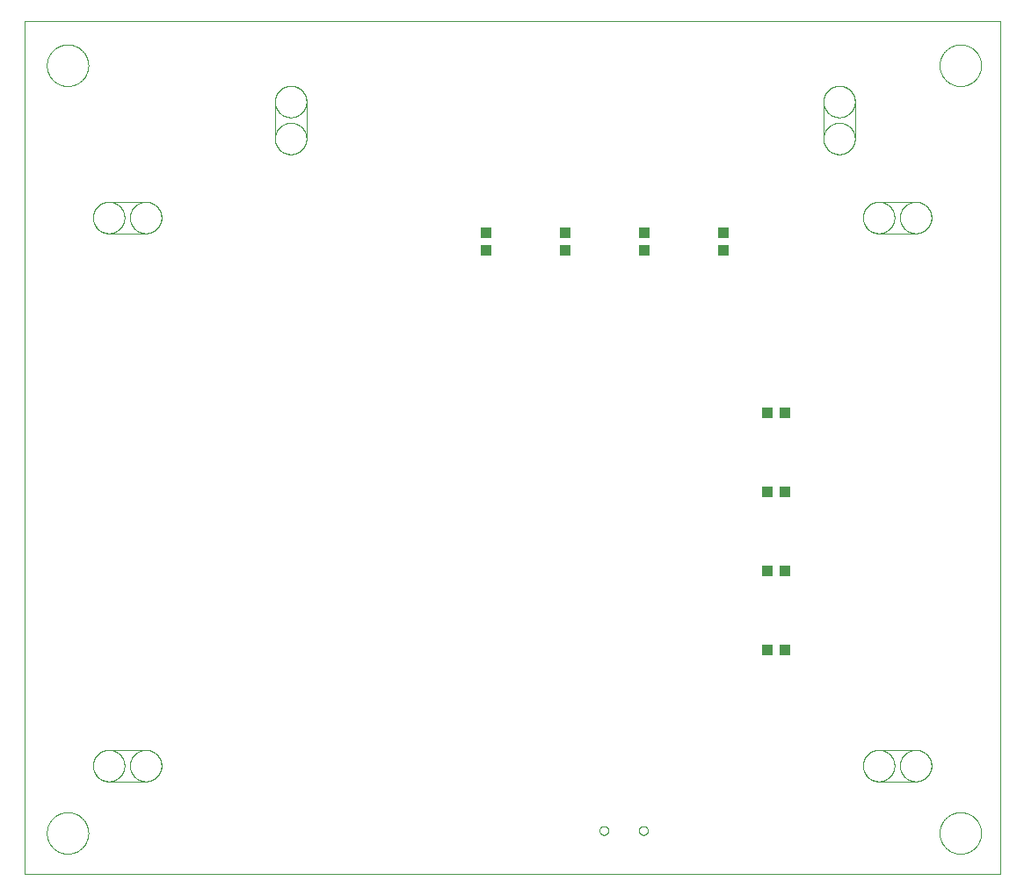
<source format=gbp>
G75*
%MOIN*%
%OFA0B0*%
%FSLAX25Y25*%
%IPPOS*%
%LPD*%
%AMOC8*
5,1,8,0,0,1.08239X$1,22.5*
%
%ADD10C,0.00000*%
%ADD11R,0.03937X0.04331*%
%ADD12R,0.04331X0.03937*%
%ADD13C,0.00009*%
D10*
X0002899Y0013620D02*
X0002899Y0337321D01*
X0372820Y0337321D01*
X0372820Y0013620D01*
X0002899Y0013620D01*
X0011403Y0029053D02*
X0011405Y0029246D01*
X0011412Y0029439D01*
X0011424Y0029632D01*
X0011441Y0029825D01*
X0011462Y0030017D01*
X0011488Y0030208D01*
X0011519Y0030399D01*
X0011554Y0030589D01*
X0011594Y0030778D01*
X0011639Y0030966D01*
X0011688Y0031153D01*
X0011742Y0031339D01*
X0011800Y0031523D01*
X0011863Y0031706D01*
X0011931Y0031887D01*
X0012002Y0032066D01*
X0012079Y0032244D01*
X0012159Y0032420D01*
X0012244Y0032593D01*
X0012333Y0032765D01*
X0012426Y0032934D01*
X0012523Y0033101D01*
X0012625Y0033266D01*
X0012730Y0033428D01*
X0012839Y0033587D01*
X0012953Y0033744D01*
X0013070Y0033897D01*
X0013190Y0034048D01*
X0013315Y0034196D01*
X0013443Y0034341D01*
X0013574Y0034482D01*
X0013709Y0034621D01*
X0013848Y0034756D01*
X0013989Y0034887D01*
X0014134Y0035015D01*
X0014282Y0035140D01*
X0014433Y0035260D01*
X0014586Y0035377D01*
X0014743Y0035491D01*
X0014902Y0035600D01*
X0015064Y0035705D01*
X0015229Y0035807D01*
X0015396Y0035904D01*
X0015565Y0035997D01*
X0015737Y0036086D01*
X0015910Y0036171D01*
X0016086Y0036251D01*
X0016264Y0036328D01*
X0016443Y0036399D01*
X0016624Y0036467D01*
X0016807Y0036530D01*
X0016991Y0036588D01*
X0017177Y0036642D01*
X0017364Y0036691D01*
X0017552Y0036736D01*
X0017741Y0036776D01*
X0017931Y0036811D01*
X0018122Y0036842D01*
X0018313Y0036868D01*
X0018505Y0036889D01*
X0018698Y0036906D01*
X0018891Y0036918D01*
X0019084Y0036925D01*
X0019277Y0036927D01*
X0019470Y0036925D01*
X0019663Y0036918D01*
X0019856Y0036906D01*
X0020049Y0036889D01*
X0020241Y0036868D01*
X0020432Y0036842D01*
X0020623Y0036811D01*
X0020813Y0036776D01*
X0021002Y0036736D01*
X0021190Y0036691D01*
X0021377Y0036642D01*
X0021563Y0036588D01*
X0021747Y0036530D01*
X0021930Y0036467D01*
X0022111Y0036399D01*
X0022290Y0036328D01*
X0022468Y0036251D01*
X0022644Y0036171D01*
X0022817Y0036086D01*
X0022989Y0035997D01*
X0023158Y0035904D01*
X0023325Y0035807D01*
X0023490Y0035705D01*
X0023652Y0035600D01*
X0023811Y0035491D01*
X0023968Y0035377D01*
X0024121Y0035260D01*
X0024272Y0035140D01*
X0024420Y0035015D01*
X0024565Y0034887D01*
X0024706Y0034756D01*
X0024845Y0034621D01*
X0024980Y0034482D01*
X0025111Y0034341D01*
X0025239Y0034196D01*
X0025364Y0034048D01*
X0025484Y0033897D01*
X0025601Y0033744D01*
X0025715Y0033587D01*
X0025824Y0033428D01*
X0025929Y0033266D01*
X0026031Y0033101D01*
X0026128Y0032934D01*
X0026221Y0032765D01*
X0026310Y0032593D01*
X0026395Y0032420D01*
X0026475Y0032244D01*
X0026552Y0032066D01*
X0026623Y0031887D01*
X0026691Y0031706D01*
X0026754Y0031523D01*
X0026812Y0031339D01*
X0026866Y0031153D01*
X0026915Y0030966D01*
X0026960Y0030778D01*
X0027000Y0030589D01*
X0027035Y0030399D01*
X0027066Y0030208D01*
X0027092Y0030017D01*
X0027113Y0029825D01*
X0027130Y0029632D01*
X0027142Y0029439D01*
X0027149Y0029246D01*
X0027151Y0029053D01*
X0027149Y0028860D01*
X0027142Y0028667D01*
X0027130Y0028474D01*
X0027113Y0028281D01*
X0027092Y0028089D01*
X0027066Y0027898D01*
X0027035Y0027707D01*
X0027000Y0027517D01*
X0026960Y0027328D01*
X0026915Y0027140D01*
X0026866Y0026953D01*
X0026812Y0026767D01*
X0026754Y0026583D01*
X0026691Y0026400D01*
X0026623Y0026219D01*
X0026552Y0026040D01*
X0026475Y0025862D01*
X0026395Y0025686D01*
X0026310Y0025513D01*
X0026221Y0025341D01*
X0026128Y0025172D01*
X0026031Y0025005D01*
X0025929Y0024840D01*
X0025824Y0024678D01*
X0025715Y0024519D01*
X0025601Y0024362D01*
X0025484Y0024209D01*
X0025364Y0024058D01*
X0025239Y0023910D01*
X0025111Y0023765D01*
X0024980Y0023624D01*
X0024845Y0023485D01*
X0024706Y0023350D01*
X0024565Y0023219D01*
X0024420Y0023091D01*
X0024272Y0022966D01*
X0024121Y0022846D01*
X0023968Y0022729D01*
X0023811Y0022615D01*
X0023652Y0022506D01*
X0023490Y0022401D01*
X0023325Y0022299D01*
X0023158Y0022202D01*
X0022989Y0022109D01*
X0022817Y0022020D01*
X0022644Y0021935D01*
X0022468Y0021855D01*
X0022290Y0021778D01*
X0022111Y0021707D01*
X0021930Y0021639D01*
X0021747Y0021576D01*
X0021563Y0021518D01*
X0021377Y0021464D01*
X0021190Y0021415D01*
X0021002Y0021370D01*
X0020813Y0021330D01*
X0020623Y0021295D01*
X0020432Y0021264D01*
X0020241Y0021238D01*
X0020049Y0021217D01*
X0019856Y0021200D01*
X0019663Y0021188D01*
X0019470Y0021181D01*
X0019277Y0021179D01*
X0019084Y0021181D01*
X0018891Y0021188D01*
X0018698Y0021200D01*
X0018505Y0021217D01*
X0018313Y0021238D01*
X0018122Y0021264D01*
X0017931Y0021295D01*
X0017741Y0021330D01*
X0017552Y0021370D01*
X0017364Y0021415D01*
X0017177Y0021464D01*
X0016991Y0021518D01*
X0016807Y0021576D01*
X0016624Y0021639D01*
X0016443Y0021707D01*
X0016264Y0021778D01*
X0016086Y0021855D01*
X0015910Y0021935D01*
X0015737Y0022020D01*
X0015565Y0022109D01*
X0015396Y0022202D01*
X0015229Y0022299D01*
X0015064Y0022401D01*
X0014902Y0022506D01*
X0014743Y0022615D01*
X0014586Y0022729D01*
X0014433Y0022846D01*
X0014282Y0022966D01*
X0014134Y0023091D01*
X0013989Y0023219D01*
X0013848Y0023350D01*
X0013709Y0023485D01*
X0013574Y0023624D01*
X0013443Y0023765D01*
X0013315Y0023910D01*
X0013190Y0024058D01*
X0013070Y0024209D01*
X0012953Y0024362D01*
X0012839Y0024519D01*
X0012730Y0024678D01*
X0012625Y0024840D01*
X0012523Y0025005D01*
X0012426Y0025172D01*
X0012333Y0025341D01*
X0012244Y0025513D01*
X0012159Y0025686D01*
X0012079Y0025862D01*
X0012002Y0026040D01*
X0011931Y0026219D01*
X0011863Y0026400D01*
X0011800Y0026583D01*
X0011742Y0026767D01*
X0011688Y0026953D01*
X0011639Y0027140D01*
X0011594Y0027328D01*
X0011554Y0027517D01*
X0011519Y0027707D01*
X0011488Y0027898D01*
X0011462Y0028089D01*
X0011441Y0028281D01*
X0011424Y0028474D01*
X0011412Y0028667D01*
X0011405Y0028860D01*
X0011403Y0029053D01*
X0028949Y0054620D02*
X0028951Y0054774D01*
X0028957Y0054928D01*
X0028967Y0055081D01*
X0028981Y0055234D01*
X0028999Y0055387D01*
X0029020Y0055539D01*
X0029046Y0055691D01*
X0029076Y0055842D01*
X0029109Y0055992D01*
X0029147Y0056141D01*
X0029188Y0056290D01*
X0029233Y0056437D01*
X0029282Y0056583D01*
X0029335Y0056727D01*
X0029391Y0056870D01*
X0029451Y0057012D01*
X0029515Y0057152D01*
X0029582Y0057290D01*
X0029653Y0057427D01*
X0029727Y0057562D01*
X0029805Y0057694D01*
X0029886Y0057825D01*
X0029971Y0057954D01*
X0030058Y0058080D01*
X0030149Y0058204D01*
X0030244Y0058325D01*
X0030341Y0058445D01*
X0030441Y0058561D01*
X0030545Y0058675D01*
X0030651Y0058786D01*
X0030760Y0058895D01*
X0030872Y0059000D01*
X0030987Y0059103D01*
X0031104Y0059203D01*
X0031224Y0059299D01*
X0031346Y0059393D01*
X0031470Y0059483D01*
X0031597Y0059570D01*
X0031726Y0059654D01*
X0031858Y0059734D01*
X0031991Y0059811D01*
X0032126Y0059884D01*
X0032263Y0059954D01*
X0032402Y0060021D01*
X0032542Y0060083D01*
X0032684Y0060142D01*
X0032828Y0060198D01*
X0032973Y0060250D01*
X0033119Y0060297D01*
X0033266Y0060342D01*
X0033415Y0060382D01*
X0033564Y0060418D01*
X0033715Y0060451D01*
X0033866Y0060480D01*
X0034018Y0060504D01*
X0034170Y0060525D01*
X0034323Y0060542D01*
X0034476Y0060555D01*
X0034630Y0060564D01*
X0034784Y0060569D01*
X0034937Y0060570D01*
X0035091Y0060567D01*
X0035245Y0060560D01*
X0035398Y0060549D01*
X0035552Y0060534D01*
X0035704Y0060515D01*
X0035856Y0060492D01*
X0036008Y0060466D01*
X0036159Y0060435D01*
X0036309Y0060401D01*
X0036458Y0060362D01*
X0036605Y0060320D01*
X0036752Y0060274D01*
X0036898Y0060224D01*
X0037042Y0060171D01*
X0037185Y0060113D01*
X0037326Y0060052D01*
X0037466Y0059988D01*
X0037604Y0059920D01*
X0037740Y0059848D01*
X0037874Y0059773D01*
X0038006Y0059694D01*
X0038136Y0059612D01*
X0038264Y0059527D01*
X0038390Y0059438D01*
X0038513Y0059346D01*
X0038634Y0059251D01*
X0038753Y0059153D01*
X0038869Y0059052D01*
X0038982Y0058948D01*
X0039093Y0058841D01*
X0039200Y0058731D01*
X0039305Y0058618D01*
X0039407Y0058503D01*
X0039506Y0058385D01*
X0039602Y0058265D01*
X0039695Y0058142D01*
X0039784Y0058017D01*
X0039870Y0057890D01*
X0039953Y0057760D01*
X0040033Y0057628D01*
X0040109Y0057495D01*
X0040181Y0057359D01*
X0040250Y0057221D01*
X0040316Y0057082D01*
X0040378Y0056941D01*
X0040436Y0056799D01*
X0040490Y0056655D01*
X0040541Y0056510D01*
X0040588Y0056363D01*
X0040631Y0056216D01*
X0040670Y0056067D01*
X0040706Y0055917D01*
X0040737Y0055767D01*
X0040765Y0055615D01*
X0040789Y0055463D01*
X0040809Y0055311D01*
X0040825Y0055158D01*
X0040837Y0055004D01*
X0040845Y0054851D01*
X0040849Y0054697D01*
X0040849Y0054543D01*
X0040845Y0054389D01*
X0040837Y0054236D01*
X0040825Y0054082D01*
X0040809Y0053929D01*
X0040789Y0053777D01*
X0040765Y0053625D01*
X0040737Y0053473D01*
X0040706Y0053323D01*
X0040670Y0053173D01*
X0040631Y0053024D01*
X0040588Y0052877D01*
X0040541Y0052730D01*
X0040490Y0052585D01*
X0040436Y0052441D01*
X0040378Y0052299D01*
X0040316Y0052158D01*
X0040250Y0052019D01*
X0040181Y0051881D01*
X0040109Y0051745D01*
X0040033Y0051612D01*
X0039953Y0051480D01*
X0039870Y0051350D01*
X0039784Y0051223D01*
X0039695Y0051098D01*
X0039602Y0050975D01*
X0039506Y0050855D01*
X0039407Y0050737D01*
X0039305Y0050622D01*
X0039200Y0050509D01*
X0039093Y0050399D01*
X0038982Y0050292D01*
X0038869Y0050188D01*
X0038753Y0050087D01*
X0038634Y0049989D01*
X0038513Y0049894D01*
X0038390Y0049802D01*
X0038264Y0049713D01*
X0038136Y0049628D01*
X0038006Y0049546D01*
X0037874Y0049467D01*
X0037740Y0049392D01*
X0037604Y0049320D01*
X0037466Y0049252D01*
X0037326Y0049188D01*
X0037185Y0049127D01*
X0037042Y0049069D01*
X0036898Y0049016D01*
X0036752Y0048966D01*
X0036605Y0048920D01*
X0036458Y0048878D01*
X0036309Y0048839D01*
X0036159Y0048805D01*
X0036008Y0048774D01*
X0035856Y0048748D01*
X0035704Y0048725D01*
X0035552Y0048706D01*
X0035398Y0048691D01*
X0035245Y0048680D01*
X0035091Y0048673D01*
X0034937Y0048670D01*
X0034784Y0048671D01*
X0034630Y0048676D01*
X0034476Y0048685D01*
X0034323Y0048698D01*
X0034170Y0048715D01*
X0034018Y0048736D01*
X0033866Y0048760D01*
X0033715Y0048789D01*
X0033564Y0048822D01*
X0033415Y0048858D01*
X0033266Y0048898D01*
X0033119Y0048943D01*
X0032973Y0048990D01*
X0032828Y0049042D01*
X0032684Y0049098D01*
X0032542Y0049157D01*
X0032402Y0049219D01*
X0032263Y0049286D01*
X0032126Y0049356D01*
X0031991Y0049429D01*
X0031858Y0049506D01*
X0031726Y0049586D01*
X0031597Y0049670D01*
X0031470Y0049757D01*
X0031346Y0049847D01*
X0031224Y0049941D01*
X0031104Y0050037D01*
X0030987Y0050137D01*
X0030872Y0050240D01*
X0030760Y0050345D01*
X0030651Y0050454D01*
X0030545Y0050565D01*
X0030441Y0050679D01*
X0030341Y0050795D01*
X0030244Y0050915D01*
X0030149Y0051036D01*
X0030058Y0051160D01*
X0029971Y0051286D01*
X0029886Y0051415D01*
X0029805Y0051546D01*
X0029727Y0051678D01*
X0029653Y0051813D01*
X0029582Y0051950D01*
X0029515Y0052088D01*
X0029451Y0052228D01*
X0029391Y0052370D01*
X0029335Y0052513D01*
X0029282Y0052657D01*
X0029233Y0052803D01*
X0029188Y0052950D01*
X0029147Y0053099D01*
X0029109Y0053248D01*
X0029076Y0053398D01*
X0029046Y0053549D01*
X0029020Y0053701D01*
X0028999Y0053853D01*
X0028981Y0054006D01*
X0028967Y0054159D01*
X0028957Y0054312D01*
X0028951Y0054466D01*
X0028949Y0054620D01*
X0034899Y0060620D02*
X0034746Y0060618D01*
X0034593Y0060612D01*
X0034440Y0060602D01*
X0034287Y0060589D01*
X0034135Y0060571D01*
X0033983Y0060550D01*
X0033832Y0060524D01*
X0033682Y0060495D01*
X0033532Y0060462D01*
X0033383Y0060425D01*
X0033235Y0060385D01*
X0033089Y0060340D01*
X0032943Y0060292D01*
X0032799Y0060240D01*
X0032656Y0060185D01*
X0032515Y0060126D01*
X0032375Y0060063D01*
X0032237Y0059997D01*
X0032100Y0059927D01*
X0031966Y0059854D01*
X0031833Y0059777D01*
X0031702Y0059697D01*
X0031574Y0059614D01*
X0031447Y0059528D01*
X0031323Y0059438D01*
X0031201Y0059345D01*
X0031082Y0059249D01*
X0030965Y0059150D01*
X0030850Y0059048D01*
X0030738Y0058943D01*
X0030629Y0058835D01*
X0030523Y0058725D01*
X0030420Y0058612D01*
X0030319Y0058496D01*
X0030222Y0058378D01*
X0030127Y0058257D01*
X0030036Y0058134D01*
X0029948Y0058009D01*
X0029863Y0057881D01*
X0029781Y0057752D01*
X0029703Y0057620D01*
X0029628Y0057486D01*
X0029556Y0057351D01*
X0029488Y0057213D01*
X0029424Y0057074D01*
X0029363Y0056934D01*
X0029306Y0056792D01*
X0029252Y0056648D01*
X0029202Y0056503D01*
X0029156Y0056357D01*
X0029113Y0056210D01*
X0029075Y0056062D01*
X0029040Y0055912D01*
X0029009Y0055762D01*
X0028981Y0055612D01*
X0028958Y0055460D01*
X0028939Y0055308D01*
X0028923Y0055156D01*
X0028911Y0055003D01*
X0028903Y0054850D01*
X0028899Y0054697D01*
X0028899Y0054543D01*
X0028903Y0054390D01*
X0028911Y0054237D01*
X0028923Y0054084D01*
X0028939Y0053932D01*
X0028958Y0053780D01*
X0028981Y0053628D01*
X0029009Y0053478D01*
X0029040Y0053328D01*
X0029075Y0053178D01*
X0029113Y0053030D01*
X0029156Y0052883D01*
X0029202Y0052737D01*
X0029252Y0052592D01*
X0029306Y0052448D01*
X0029363Y0052306D01*
X0029424Y0052166D01*
X0029488Y0052027D01*
X0029556Y0051889D01*
X0029628Y0051754D01*
X0029703Y0051620D01*
X0029781Y0051488D01*
X0029863Y0051359D01*
X0029948Y0051231D01*
X0030036Y0051106D01*
X0030127Y0050983D01*
X0030222Y0050862D01*
X0030319Y0050744D01*
X0030420Y0050628D01*
X0030523Y0050515D01*
X0030629Y0050405D01*
X0030738Y0050297D01*
X0030850Y0050192D01*
X0030965Y0050090D01*
X0031082Y0049991D01*
X0031201Y0049895D01*
X0031323Y0049802D01*
X0031447Y0049712D01*
X0031574Y0049626D01*
X0031702Y0049543D01*
X0031833Y0049463D01*
X0031966Y0049386D01*
X0032100Y0049313D01*
X0032237Y0049243D01*
X0032375Y0049177D01*
X0032515Y0049114D01*
X0032656Y0049055D01*
X0032799Y0049000D01*
X0032943Y0048948D01*
X0033089Y0048900D01*
X0033235Y0048855D01*
X0033383Y0048815D01*
X0033532Y0048778D01*
X0033682Y0048745D01*
X0033832Y0048716D01*
X0033983Y0048690D01*
X0034135Y0048669D01*
X0034287Y0048651D01*
X0034440Y0048638D01*
X0034593Y0048628D01*
X0034746Y0048622D01*
X0034899Y0048620D01*
X0042949Y0054620D02*
X0042951Y0054774D01*
X0042957Y0054928D01*
X0042967Y0055081D01*
X0042981Y0055234D01*
X0042999Y0055387D01*
X0043020Y0055539D01*
X0043046Y0055691D01*
X0043076Y0055842D01*
X0043109Y0055992D01*
X0043147Y0056141D01*
X0043188Y0056290D01*
X0043233Y0056437D01*
X0043282Y0056583D01*
X0043335Y0056727D01*
X0043391Y0056870D01*
X0043451Y0057012D01*
X0043515Y0057152D01*
X0043582Y0057290D01*
X0043653Y0057427D01*
X0043727Y0057562D01*
X0043805Y0057694D01*
X0043886Y0057825D01*
X0043971Y0057954D01*
X0044058Y0058080D01*
X0044149Y0058204D01*
X0044244Y0058325D01*
X0044341Y0058445D01*
X0044441Y0058561D01*
X0044545Y0058675D01*
X0044651Y0058786D01*
X0044760Y0058895D01*
X0044872Y0059000D01*
X0044987Y0059103D01*
X0045104Y0059203D01*
X0045224Y0059299D01*
X0045346Y0059393D01*
X0045470Y0059483D01*
X0045597Y0059570D01*
X0045726Y0059654D01*
X0045858Y0059734D01*
X0045991Y0059811D01*
X0046126Y0059884D01*
X0046263Y0059954D01*
X0046402Y0060021D01*
X0046542Y0060083D01*
X0046684Y0060142D01*
X0046828Y0060198D01*
X0046973Y0060250D01*
X0047119Y0060297D01*
X0047266Y0060342D01*
X0047415Y0060382D01*
X0047564Y0060418D01*
X0047715Y0060451D01*
X0047866Y0060480D01*
X0048018Y0060504D01*
X0048170Y0060525D01*
X0048323Y0060542D01*
X0048476Y0060555D01*
X0048630Y0060564D01*
X0048784Y0060569D01*
X0048937Y0060570D01*
X0049091Y0060567D01*
X0049245Y0060560D01*
X0049398Y0060549D01*
X0049552Y0060534D01*
X0049704Y0060515D01*
X0049856Y0060492D01*
X0050008Y0060466D01*
X0050159Y0060435D01*
X0050309Y0060401D01*
X0050458Y0060362D01*
X0050605Y0060320D01*
X0050752Y0060274D01*
X0050898Y0060224D01*
X0051042Y0060171D01*
X0051185Y0060113D01*
X0051326Y0060052D01*
X0051466Y0059988D01*
X0051604Y0059920D01*
X0051740Y0059848D01*
X0051874Y0059773D01*
X0052006Y0059694D01*
X0052136Y0059612D01*
X0052264Y0059527D01*
X0052390Y0059438D01*
X0052513Y0059346D01*
X0052634Y0059251D01*
X0052753Y0059153D01*
X0052869Y0059052D01*
X0052982Y0058948D01*
X0053093Y0058841D01*
X0053200Y0058731D01*
X0053305Y0058618D01*
X0053407Y0058503D01*
X0053506Y0058385D01*
X0053602Y0058265D01*
X0053695Y0058142D01*
X0053784Y0058017D01*
X0053870Y0057890D01*
X0053953Y0057760D01*
X0054033Y0057628D01*
X0054109Y0057495D01*
X0054181Y0057359D01*
X0054250Y0057221D01*
X0054316Y0057082D01*
X0054378Y0056941D01*
X0054436Y0056799D01*
X0054490Y0056655D01*
X0054541Y0056510D01*
X0054588Y0056363D01*
X0054631Y0056216D01*
X0054670Y0056067D01*
X0054706Y0055917D01*
X0054737Y0055767D01*
X0054765Y0055615D01*
X0054789Y0055463D01*
X0054809Y0055311D01*
X0054825Y0055158D01*
X0054837Y0055004D01*
X0054845Y0054851D01*
X0054849Y0054697D01*
X0054849Y0054543D01*
X0054845Y0054389D01*
X0054837Y0054236D01*
X0054825Y0054082D01*
X0054809Y0053929D01*
X0054789Y0053777D01*
X0054765Y0053625D01*
X0054737Y0053473D01*
X0054706Y0053323D01*
X0054670Y0053173D01*
X0054631Y0053024D01*
X0054588Y0052877D01*
X0054541Y0052730D01*
X0054490Y0052585D01*
X0054436Y0052441D01*
X0054378Y0052299D01*
X0054316Y0052158D01*
X0054250Y0052019D01*
X0054181Y0051881D01*
X0054109Y0051745D01*
X0054033Y0051612D01*
X0053953Y0051480D01*
X0053870Y0051350D01*
X0053784Y0051223D01*
X0053695Y0051098D01*
X0053602Y0050975D01*
X0053506Y0050855D01*
X0053407Y0050737D01*
X0053305Y0050622D01*
X0053200Y0050509D01*
X0053093Y0050399D01*
X0052982Y0050292D01*
X0052869Y0050188D01*
X0052753Y0050087D01*
X0052634Y0049989D01*
X0052513Y0049894D01*
X0052390Y0049802D01*
X0052264Y0049713D01*
X0052136Y0049628D01*
X0052006Y0049546D01*
X0051874Y0049467D01*
X0051740Y0049392D01*
X0051604Y0049320D01*
X0051466Y0049252D01*
X0051326Y0049188D01*
X0051185Y0049127D01*
X0051042Y0049069D01*
X0050898Y0049016D01*
X0050752Y0048966D01*
X0050605Y0048920D01*
X0050458Y0048878D01*
X0050309Y0048839D01*
X0050159Y0048805D01*
X0050008Y0048774D01*
X0049856Y0048748D01*
X0049704Y0048725D01*
X0049552Y0048706D01*
X0049398Y0048691D01*
X0049245Y0048680D01*
X0049091Y0048673D01*
X0048937Y0048670D01*
X0048784Y0048671D01*
X0048630Y0048676D01*
X0048476Y0048685D01*
X0048323Y0048698D01*
X0048170Y0048715D01*
X0048018Y0048736D01*
X0047866Y0048760D01*
X0047715Y0048789D01*
X0047564Y0048822D01*
X0047415Y0048858D01*
X0047266Y0048898D01*
X0047119Y0048943D01*
X0046973Y0048990D01*
X0046828Y0049042D01*
X0046684Y0049098D01*
X0046542Y0049157D01*
X0046402Y0049219D01*
X0046263Y0049286D01*
X0046126Y0049356D01*
X0045991Y0049429D01*
X0045858Y0049506D01*
X0045726Y0049586D01*
X0045597Y0049670D01*
X0045470Y0049757D01*
X0045346Y0049847D01*
X0045224Y0049941D01*
X0045104Y0050037D01*
X0044987Y0050137D01*
X0044872Y0050240D01*
X0044760Y0050345D01*
X0044651Y0050454D01*
X0044545Y0050565D01*
X0044441Y0050679D01*
X0044341Y0050795D01*
X0044244Y0050915D01*
X0044149Y0051036D01*
X0044058Y0051160D01*
X0043971Y0051286D01*
X0043886Y0051415D01*
X0043805Y0051546D01*
X0043727Y0051678D01*
X0043653Y0051813D01*
X0043582Y0051950D01*
X0043515Y0052088D01*
X0043451Y0052228D01*
X0043391Y0052370D01*
X0043335Y0052513D01*
X0043282Y0052657D01*
X0043233Y0052803D01*
X0043188Y0052950D01*
X0043147Y0053099D01*
X0043109Y0053248D01*
X0043076Y0053398D01*
X0043046Y0053549D01*
X0043020Y0053701D01*
X0042999Y0053853D01*
X0042981Y0054006D01*
X0042967Y0054159D01*
X0042957Y0054312D01*
X0042951Y0054466D01*
X0042949Y0054620D01*
X0048899Y0048620D02*
X0049052Y0048622D01*
X0049205Y0048628D01*
X0049358Y0048638D01*
X0049511Y0048651D01*
X0049663Y0048669D01*
X0049815Y0048690D01*
X0049966Y0048716D01*
X0050116Y0048745D01*
X0050266Y0048778D01*
X0050415Y0048815D01*
X0050563Y0048855D01*
X0050709Y0048900D01*
X0050855Y0048948D01*
X0050999Y0049000D01*
X0051142Y0049055D01*
X0051283Y0049114D01*
X0051423Y0049177D01*
X0051561Y0049243D01*
X0051698Y0049313D01*
X0051832Y0049386D01*
X0051965Y0049463D01*
X0052096Y0049543D01*
X0052224Y0049626D01*
X0052351Y0049712D01*
X0052475Y0049802D01*
X0052597Y0049895D01*
X0052716Y0049991D01*
X0052833Y0050090D01*
X0052948Y0050192D01*
X0053060Y0050297D01*
X0053169Y0050405D01*
X0053275Y0050515D01*
X0053378Y0050628D01*
X0053479Y0050744D01*
X0053576Y0050862D01*
X0053671Y0050983D01*
X0053762Y0051106D01*
X0053850Y0051231D01*
X0053935Y0051359D01*
X0054017Y0051488D01*
X0054095Y0051620D01*
X0054170Y0051754D01*
X0054242Y0051889D01*
X0054310Y0052027D01*
X0054374Y0052166D01*
X0054435Y0052306D01*
X0054492Y0052448D01*
X0054546Y0052592D01*
X0054596Y0052737D01*
X0054642Y0052883D01*
X0054685Y0053030D01*
X0054723Y0053178D01*
X0054758Y0053328D01*
X0054789Y0053478D01*
X0054817Y0053628D01*
X0054840Y0053780D01*
X0054859Y0053932D01*
X0054875Y0054084D01*
X0054887Y0054237D01*
X0054895Y0054390D01*
X0054899Y0054543D01*
X0054899Y0054697D01*
X0054895Y0054850D01*
X0054887Y0055003D01*
X0054875Y0055156D01*
X0054859Y0055308D01*
X0054840Y0055460D01*
X0054817Y0055612D01*
X0054789Y0055762D01*
X0054758Y0055912D01*
X0054723Y0056062D01*
X0054685Y0056210D01*
X0054642Y0056357D01*
X0054596Y0056503D01*
X0054546Y0056648D01*
X0054492Y0056792D01*
X0054435Y0056934D01*
X0054374Y0057074D01*
X0054310Y0057213D01*
X0054242Y0057351D01*
X0054170Y0057486D01*
X0054095Y0057620D01*
X0054017Y0057752D01*
X0053935Y0057881D01*
X0053850Y0058009D01*
X0053762Y0058134D01*
X0053671Y0058257D01*
X0053576Y0058378D01*
X0053479Y0058496D01*
X0053378Y0058612D01*
X0053275Y0058725D01*
X0053169Y0058835D01*
X0053060Y0058943D01*
X0052948Y0059048D01*
X0052833Y0059150D01*
X0052716Y0059249D01*
X0052597Y0059345D01*
X0052475Y0059438D01*
X0052351Y0059528D01*
X0052224Y0059614D01*
X0052096Y0059697D01*
X0051965Y0059777D01*
X0051832Y0059854D01*
X0051698Y0059927D01*
X0051561Y0059997D01*
X0051423Y0060063D01*
X0051283Y0060126D01*
X0051142Y0060185D01*
X0050999Y0060240D01*
X0050855Y0060292D01*
X0050709Y0060340D01*
X0050563Y0060385D01*
X0050415Y0060425D01*
X0050266Y0060462D01*
X0050116Y0060495D01*
X0049966Y0060524D01*
X0049815Y0060550D01*
X0049663Y0060571D01*
X0049511Y0060589D01*
X0049358Y0060602D01*
X0049205Y0060612D01*
X0049052Y0060618D01*
X0048899Y0060620D01*
X0220993Y0030008D02*
X0220995Y0030089D01*
X0221001Y0030171D01*
X0221011Y0030252D01*
X0221025Y0030332D01*
X0221042Y0030411D01*
X0221064Y0030490D01*
X0221089Y0030567D01*
X0221118Y0030644D01*
X0221151Y0030718D01*
X0221188Y0030791D01*
X0221227Y0030862D01*
X0221271Y0030931D01*
X0221317Y0030998D01*
X0221367Y0031062D01*
X0221420Y0031124D01*
X0221476Y0031184D01*
X0221534Y0031240D01*
X0221596Y0031294D01*
X0221660Y0031345D01*
X0221726Y0031392D01*
X0221794Y0031436D01*
X0221865Y0031477D01*
X0221937Y0031514D01*
X0222012Y0031548D01*
X0222087Y0031578D01*
X0222165Y0031604D01*
X0222243Y0031627D01*
X0222322Y0031645D01*
X0222402Y0031660D01*
X0222483Y0031671D01*
X0222564Y0031678D01*
X0222646Y0031681D01*
X0222727Y0031680D01*
X0222808Y0031675D01*
X0222889Y0031666D01*
X0222970Y0031653D01*
X0223050Y0031636D01*
X0223128Y0031616D01*
X0223206Y0031591D01*
X0223283Y0031563D01*
X0223358Y0031531D01*
X0223431Y0031496D01*
X0223502Y0031457D01*
X0223572Y0031414D01*
X0223639Y0031369D01*
X0223705Y0031320D01*
X0223767Y0031268D01*
X0223827Y0031212D01*
X0223884Y0031154D01*
X0223939Y0031094D01*
X0223990Y0031030D01*
X0224038Y0030965D01*
X0224083Y0030897D01*
X0224125Y0030827D01*
X0224163Y0030755D01*
X0224198Y0030681D01*
X0224229Y0030606D01*
X0224256Y0030529D01*
X0224279Y0030451D01*
X0224299Y0030372D01*
X0224315Y0030292D01*
X0224327Y0030211D01*
X0224335Y0030130D01*
X0224339Y0030049D01*
X0224339Y0029967D01*
X0224335Y0029886D01*
X0224327Y0029805D01*
X0224315Y0029724D01*
X0224299Y0029644D01*
X0224279Y0029565D01*
X0224256Y0029487D01*
X0224229Y0029410D01*
X0224198Y0029335D01*
X0224163Y0029261D01*
X0224125Y0029189D01*
X0224083Y0029119D01*
X0224038Y0029051D01*
X0223990Y0028986D01*
X0223939Y0028922D01*
X0223884Y0028862D01*
X0223827Y0028804D01*
X0223767Y0028748D01*
X0223705Y0028696D01*
X0223639Y0028647D01*
X0223572Y0028602D01*
X0223503Y0028559D01*
X0223431Y0028520D01*
X0223358Y0028485D01*
X0223283Y0028453D01*
X0223206Y0028425D01*
X0223128Y0028400D01*
X0223050Y0028380D01*
X0222970Y0028363D01*
X0222889Y0028350D01*
X0222808Y0028341D01*
X0222727Y0028336D01*
X0222646Y0028335D01*
X0222564Y0028338D01*
X0222483Y0028345D01*
X0222402Y0028356D01*
X0222322Y0028371D01*
X0222243Y0028389D01*
X0222165Y0028412D01*
X0222087Y0028438D01*
X0222012Y0028468D01*
X0221937Y0028502D01*
X0221865Y0028539D01*
X0221794Y0028580D01*
X0221726Y0028624D01*
X0221660Y0028671D01*
X0221596Y0028722D01*
X0221534Y0028776D01*
X0221476Y0028832D01*
X0221420Y0028892D01*
X0221367Y0028954D01*
X0221317Y0029018D01*
X0221271Y0029085D01*
X0221227Y0029154D01*
X0221188Y0029225D01*
X0221151Y0029298D01*
X0221118Y0029372D01*
X0221089Y0029449D01*
X0221064Y0029526D01*
X0221042Y0029605D01*
X0221025Y0029684D01*
X0221011Y0029764D01*
X0221001Y0029845D01*
X0220995Y0029927D01*
X0220993Y0030008D01*
X0235954Y0030008D02*
X0235956Y0030089D01*
X0235962Y0030171D01*
X0235972Y0030252D01*
X0235986Y0030332D01*
X0236003Y0030411D01*
X0236025Y0030490D01*
X0236050Y0030567D01*
X0236079Y0030644D01*
X0236112Y0030718D01*
X0236149Y0030791D01*
X0236188Y0030862D01*
X0236232Y0030931D01*
X0236278Y0030998D01*
X0236328Y0031062D01*
X0236381Y0031124D01*
X0236437Y0031184D01*
X0236495Y0031240D01*
X0236557Y0031294D01*
X0236621Y0031345D01*
X0236687Y0031392D01*
X0236755Y0031436D01*
X0236826Y0031477D01*
X0236898Y0031514D01*
X0236973Y0031548D01*
X0237048Y0031578D01*
X0237126Y0031604D01*
X0237204Y0031627D01*
X0237283Y0031645D01*
X0237363Y0031660D01*
X0237444Y0031671D01*
X0237525Y0031678D01*
X0237607Y0031681D01*
X0237688Y0031680D01*
X0237769Y0031675D01*
X0237850Y0031666D01*
X0237931Y0031653D01*
X0238011Y0031636D01*
X0238089Y0031616D01*
X0238167Y0031591D01*
X0238244Y0031563D01*
X0238319Y0031531D01*
X0238392Y0031496D01*
X0238463Y0031457D01*
X0238533Y0031414D01*
X0238600Y0031369D01*
X0238666Y0031320D01*
X0238728Y0031268D01*
X0238788Y0031212D01*
X0238845Y0031154D01*
X0238900Y0031094D01*
X0238951Y0031030D01*
X0238999Y0030965D01*
X0239044Y0030897D01*
X0239086Y0030827D01*
X0239124Y0030755D01*
X0239159Y0030681D01*
X0239190Y0030606D01*
X0239217Y0030529D01*
X0239240Y0030451D01*
X0239260Y0030372D01*
X0239276Y0030292D01*
X0239288Y0030211D01*
X0239296Y0030130D01*
X0239300Y0030049D01*
X0239300Y0029967D01*
X0239296Y0029886D01*
X0239288Y0029805D01*
X0239276Y0029724D01*
X0239260Y0029644D01*
X0239240Y0029565D01*
X0239217Y0029487D01*
X0239190Y0029410D01*
X0239159Y0029335D01*
X0239124Y0029261D01*
X0239086Y0029189D01*
X0239044Y0029119D01*
X0238999Y0029051D01*
X0238951Y0028986D01*
X0238900Y0028922D01*
X0238845Y0028862D01*
X0238788Y0028804D01*
X0238728Y0028748D01*
X0238666Y0028696D01*
X0238600Y0028647D01*
X0238533Y0028602D01*
X0238464Y0028559D01*
X0238392Y0028520D01*
X0238319Y0028485D01*
X0238244Y0028453D01*
X0238167Y0028425D01*
X0238089Y0028400D01*
X0238011Y0028380D01*
X0237931Y0028363D01*
X0237850Y0028350D01*
X0237769Y0028341D01*
X0237688Y0028336D01*
X0237607Y0028335D01*
X0237525Y0028338D01*
X0237444Y0028345D01*
X0237363Y0028356D01*
X0237283Y0028371D01*
X0237204Y0028389D01*
X0237126Y0028412D01*
X0237048Y0028438D01*
X0236973Y0028468D01*
X0236898Y0028502D01*
X0236826Y0028539D01*
X0236755Y0028580D01*
X0236687Y0028624D01*
X0236621Y0028671D01*
X0236557Y0028722D01*
X0236495Y0028776D01*
X0236437Y0028832D01*
X0236381Y0028892D01*
X0236328Y0028954D01*
X0236278Y0029018D01*
X0236232Y0029085D01*
X0236188Y0029154D01*
X0236149Y0029225D01*
X0236112Y0029298D01*
X0236079Y0029372D01*
X0236050Y0029449D01*
X0236025Y0029526D01*
X0236003Y0029605D01*
X0235986Y0029684D01*
X0235972Y0029764D01*
X0235962Y0029845D01*
X0235956Y0029927D01*
X0235954Y0030008D01*
X0320949Y0054620D02*
X0320951Y0054774D01*
X0320957Y0054928D01*
X0320967Y0055081D01*
X0320981Y0055234D01*
X0320999Y0055387D01*
X0321020Y0055539D01*
X0321046Y0055691D01*
X0321076Y0055842D01*
X0321109Y0055992D01*
X0321147Y0056141D01*
X0321188Y0056290D01*
X0321233Y0056437D01*
X0321282Y0056583D01*
X0321335Y0056727D01*
X0321391Y0056870D01*
X0321451Y0057012D01*
X0321515Y0057152D01*
X0321582Y0057290D01*
X0321653Y0057427D01*
X0321727Y0057562D01*
X0321805Y0057694D01*
X0321886Y0057825D01*
X0321971Y0057954D01*
X0322058Y0058080D01*
X0322149Y0058204D01*
X0322244Y0058325D01*
X0322341Y0058445D01*
X0322441Y0058561D01*
X0322545Y0058675D01*
X0322651Y0058786D01*
X0322760Y0058895D01*
X0322872Y0059000D01*
X0322987Y0059103D01*
X0323104Y0059203D01*
X0323224Y0059299D01*
X0323346Y0059393D01*
X0323470Y0059483D01*
X0323597Y0059570D01*
X0323726Y0059654D01*
X0323858Y0059734D01*
X0323991Y0059811D01*
X0324126Y0059884D01*
X0324263Y0059954D01*
X0324402Y0060021D01*
X0324542Y0060083D01*
X0324684Y0060142D01*
X0324828Y0060198D01*
X0324973Y0060250D01*
X0325119Y0060297D01*
X0325266Y0060342D01*
X0325415Y0060382D01*
X0325564Y0060418D01*
X0325715Y0060451D01*
X0325866Y0060480D01*
X0326018Y0060504D01*
X0326170Y0060525D01*
X0326323Y0060542D01*
X0326476Y0060555D01*
X0326630Y0060564D01*
X0326784Y0060569D01*
X0326937Y0060570D01*
X0327091Y0060567D01*
X0327245Y0060560D01*
X0327398Y0060549D01*
X0327552Y0060534D01*
X0327704Y0060515D01*
X0327856Y0060492D01*
X0328008Y0060466D01*
X0328159Y0060435D01*
X0328309Y0060401D01*
X0328458Y0060362D01*
X0328605Y0060320D01*
X0328752Y0060274D01*
X0328898Y0060224D01*
X0329042Y0060171D01*
X0329185Y0060113D01*
X0329326Y0060052D01*
X0329466Y0059988D01*
X0329604Y0059920D01*
X0329740Y0059848D01*
X0329874Y0059773D01*
X0330006Y0059694D01*
X0330136Y0059612D01*
X0330264Y0059527D01*
X0330390Y0059438D01*
X0330513Y0059346D01*
X0330634Y0059251D01*
X0330753Y0059153D01*
X0330869Y0059052D01*
X0330982Y0058948D01*
X0331093Y0058841D01*
X0331200Y0058731D01*
X0331305Y0058618D01*
X0331407Y0058503D01*
X0331506Y0058385D01*
X0331602Y0058265D01*
X0331695Y0058142D01*
X0331784Y0058017D01*
X0331870Y0057890D01*
X0331953Y0057760D01*
X0332033Y0057628D01*
X0332109Y0057495D01*
X0332181Y0057359D01*
X0332250Y0057221D01*
X0332316Y0057082D01*
X0332378Y0056941D01*
X0332436Y0056799D01*
X0332490Y0056655D01*
X0332541Y0056510D01*
X0332588Y0056363D01*
X0332631Y0056216D01*
X0332670Y0056067D01*
X0332706Y0055917D01*
X0332737Y0055767D01*
X0332765Y0055615D01*
X0332789Y0055463D01*
X0332809Y0055311D01*
X0332825Y0055158D01*
X0332837Y0055004D01*
X0332845Y0054851D01*
X0332849Y0054697D01*
X0332849Y0054543D01*
X0332845Y0054389D01*
X0332837Y0054236D01*
X0332825Y0054082D01*
X0332809Y0053929D01*
X0332789Y0053777D01*
X0332765Y0053625D01*
X0332737Y0053473D01*
X0332706Y0053323D01*
X0332670Y0053173D01*
X0332631Y0053024D01*
X0332588Y0052877D01*
X0332541Y0052730D01*
X0332490Y0052585D01*
X0332436Y0052441D01*
X0332378Y0052299D01*
X0332316Y0052158D01*
X0332250Y0052019D01*
X0332181Y0051881D01*
X0332109Y0051745D01*
X0332033Y0051612D01*
X0331953Y0051480D01*
X0331870Y0051350D01*
X0331784Y0051223D01*
X0331695Y0051098D01*
X0331602Y0050975D01*
X0331506Y0050855D01*
X0331407Y0050737D01*
X0331305Y0050622D01*
X0331200Y0050509D01*
X0331093Y0050399D01*
X0330982Y0050292D01*
X0330869Y0050188D01*
X0330753Y0050087D01*
X0330634Y0049989D01*
X0330513Y0049894D01*
X0330390Y0049802D01*
X0330264Y0049713D01*
X0330136Y0049628D01*
X0330006Y0049546D01*
X0329874Y0049467D01*
X0329740Y0049392D01*
X0329604Y0049320D01*
X0329466Y0049252D01*
X0329326Y0049188D01*
X0329185Y0049127D01*
X0329042Y0049069D01*
X0328898Y0049016D01*
X0328752Y0048966D01*
X0328605Y0048920D01*
X0328458Y0048878D01*
X0328309Y0048839D01*
X0328159Y0048805D01*
X0328008Y0048774D01*
X0327856Y0048748D01*
X0327704Y0048725D01*
X0327552Y0048706D01*
X0327398Y0048691D01*
X0327245Y0048680D01*
X0327091Y0048673D01*
X0326937Y0048670D01*
X0326784Y0048671D01*
X0326630Y0048676D01*
X0326476Y0048685D01*
X0326323Y0048698D01*
X0326170Y0048715D01*
X0326018Y0048736D01*
X0325866Y0048760D01*
X0325715Y0048789D01*
X0325564Y0048822D01*
X0325415Y0048858D01*
X0325266Y0048898D01*
X0325119Y0048943D01*
X0324973Y0048990D01*
X0324828Y0049042D01*
X0324684Y0049098D01*
X0324542Y0049157D01*
X0324402Y0049219D01*
X0324263Y0049286D01*
X0324126Y0049356D01*
X0323991Y0049429D01*
X0323858Y0049506D01*
X0323726Y0049586D01*
X0323597Y0049670D01*
X0323470Y0049757D01*
X0323346Y0049847D01*
X0323224Y0049941D01*
X0323104Y0050037D01*
X0322987Y0050137D01*
X0322872Y0050240D01*
X0322760Y0050345D01*
X0322651Y0050454D01*
X0322545Y0050565D01*
X0322441Y0050679D01*
X0322341Y0050795D01*
X0322244Y0050915D01*
X0322149Y0051036D01*
X0322058Y0051160D01*
X0321971Y0051286D01*
X0321886Y0051415D01*
X0321805Y0051546D01*
X0321727Y0051678D01*
X0321653Y0051813D01*
X0321582Y0051950D01*
X0321515Y0052088D01*
X0321451Y0052228D01*
X0321391Y0052370D01*
X0321335Y0052513D01*
X0321282Y0052657D01*
X0321233Y0052803D01*
X0321188Y0052950D01*
X0321147Y0053099D01*
X0321109Y0053248D01*
X0321076Y0053398D01*
X0321046Y0053549D01*
X0321020Y0053701D01*
X0320999Y0053853D01*
X0320981Y0054006D01*
X0320967Y0054159D01*
X0320957Y0054312D01*
X0320951Y0054466D01*
X0320949Y0054620D01*
X0326899Y0060620D02*
X0326746Y0060618D01*
X0326593Y0060612D01*
X0326440Y0060602D01*
X0326287Y0060589D01*
X0326135Y0060571D01*
X0325983Y0060550D01*
X0325832Y0060524D01*
X0325682Y0060495D01*
X0325532Y0060462D01*
X0325383Y0060425D01*
X0325235Y0060385D01*
X0325089Y0060340D01*
X0324943Y0060292D01*
X0324799Y0060240D01*
X0324656Y0060185D01*
X0324515Y0060126D01*
X0324375Y0060063D01*
X0324237Y0059997D01*
X0324100Y0059927D01*
X0323966Y0059854D01*
X0323833Y0059777D01*
X0323702Y0059697D01*
X0323574Y0059614D01*
X0323447Y0059528D01*
X0323323Y0059438D01*
X0323201Y0059345D01*
X0323082Y0059249D01*
X0322965Y0059150D01*
X0322850Y0059048D01*
X0322738Y0058943D01*
X0322629Y0058835D01*
X0322523Y0058725D01*
X0322420Y0058612D01*
X0322319Y0058496D01*
X0322222Y0058378D01*
X0322127Y0058257D01*
X0322036Y0058134D01*
X0321948Y0058009D01*
X0321863Y0057881D01*
X0321781Y0057752D01*
X0321703Y0057620D01*
X0321628Y0057486D01*
X0321556Y0057351D01*
X0321488Y0057213D01*
X0321424Y0057074D01*
X0321363Y0056934D01*
X0321306Y0056792D01*
X0321252Y0056648D01*
X0321202Y0056503D01*
X0321156Y0056357D01*
X0321113Y0056210D01*
X0321075Y0056062D01*
X0321040Y0055912D01*
X0321009Y0055762D01*
X0320981Y0055612D01*
X0320958Y0055460D01*
X0320939Y0055308D01*
X0320923Y0055156D01*
X0320911Y0055003D01*
X0320903Y0054850D01*
X0320899Y0054697D01*
X0320899Y0054543D01*
X0320903Y0054390D01*
X0320911Y0054237D01*
X0320923Y0054084D01*
X0320939Y0053932D01*
X0320958Y0053780D01*
X0320981Y0053628D01*
X0321009Y0053478D01*
X0321040Y0053328D01*
X0321075Y0053178D01*
X0321113Y0053030D01*
X0321156Y0052883D01*
X0321202Y0052737D01*
X0321252Y0052592D01*
X0321306Y0052448D01*
X0321363Y0052306D01*
X0321424Y0052166D01*
X0321488Y0052027D01*
X0321556Y0051889D01*
X0321628Y0051754D01*
X0321703Y0051620D01*
X0321781Y0051488D01*
X0321863Y0051359D01*
X0321948Y0051231D01*
X0322036Y0051106D01*
X0322127Y0050983D01*
X0322222Y0050862D01*
X0322319Y0050744D01*
X0322420Y0050628D01*
X0322523Y0050515D01*
X0322629Y0050405D01*
X0322738Y0050297D01*
X0322850Y0050192D01*
X0322965Y0050090D01*
X0323082Y0049991D01*
X0323201Y0049895D01*
X0323323Y0049802D01*
X0323447Y0049712D01*
X0323574Y0049626D01*
X0323702Y0049543D01*
X0323833Y0049463D01*
X0323966Y0049386D01*
X0324100Y0049313D01*
X0324237Y0049243D01*
X0324375Y0049177D01*
X0324515Y0049114D01*
X0324656Y0049055D01*
X0324799Y0049000D01*
X0324943Y0048948D01*
X0325089Y0048900D01*
X0325235Y0048855D01*
X0325383Y0048815D01*
X0325532Y0048778D01*
X0325682Y0048745D01*
X0325832Y0048716D01*
X0325983Y0048690D01*
X0326135Y0048669D01*
X0326287Y0048651D01*
X0326440Y0048638D01*
X0326593Y0048628D01*
X0326746Y0048622D01*
X0326899Y0048620D01*
X0334949Y0054620D02*
X0334951Y0054774D01*
X0334957Y0054928D01*
X0334967Y0055081D01*
X0334981Y0055234D01*
X0334999Y0055387D01*
X0335020Y0055539D01*
X0335046Y0055691D01*
X0335076Y0055842D01*
X0335109Y0055992D01*
X0335147Y0056141D01*
X0335188Y0056290D01*
X0335233Y0056437D01*
X0335282Y0056583D01*
X0335335Y0056727D01*
X0335391Y0056870D01*
X0335451Y0057012D01*
X0335515Y0057152D01*
X0335582Y0057290D01*
X0335653Y0057427D01*
X0335727Y0057562D01*
X0335805Y0057694D01*
X0335886Y0057825D01*
X0335971Y0057954D01*
X0336058Y0058080D01*
X0336149Y0058204D01*
X0336244Y0058325D01*
X0336341Y0058445D01*
X0336441Y0058561D01*
X0336545Y0058675D01*
X0336651Y0058786D01*
X0336760Y0058895D01*
X0336872Y0059000D01*
X0336987Y0059103D01*
X0337104Y0059203D01*
X0337224Y0059299D01*
X0337346Y0059393D01*
X0337470Y0059483D01*
X0337597Y0059570D01*
X0337726Y0059654D01*
X0337858Y0059734D01*
X0337991Y0059811D01*
X0338126Y0059884D01*
X0338263Y0059954D01*
X0338402Y0060021D01*
X0338542Y0060083D01*
X0338684Y0060142D01*
X0338828Y0060198D01*
X0338973Y0060250D01*
X0339119Y0060297D01*
X0339266Y0060342D01*
X0339415Y0060382D01*
X0339564Y0060418D01*
X0339715Y0060451D01*
X0339866Y0060480D01*
X0340018Y0060504D01*
X0340170Y0060525D01*
X0340323Y0060542D01*
X0340476Y0060555D01*
X0340630Y0060564D01*
X0340784Y0060569D01*
X0340937Y0060570D01*
X0341091Y0060567D01*
X0341245Y0060560D01*
X0341398Y0060549D01*
X0341552Y0060534D01*
X0341704Y0060515D01*
X0341856Y0060492D01*
X0342008Y0060466D01*
X0342159Y0060435D01*
X0342309Y0060401D01*
X0342458Y0060362D01*
X0342605Y0060320D01*
X0342752Y0060274D01*
X0342898Y0060224D01*
X0343042Y0060171D01*
X0343185Y0060113D01*
X0343326Y0060052D01*
X0343466Y0059988D01*
X0343604Y0059920D01*
X0343740Y0059848D01*
X0343874Y0059773D01*
X0344006Y0059694D01*
X0344136Y0059612D01*
X0344264Y0059527D01*
X0344390Y0059438D01*
X0344513Y0059346D01*
X0344634Y0059251D01*
X0344753Y0059153D01*
X0344869Y0059052D01*
X0344982Y0058948D01*
X0345093Y0058841D01*
X0345200Y0058731D01*
X0345305Y0058618D01*
X0345407Y0058503D01*
X0345506Y0058385D01*
X0345602Y0058265D01*
X0345695Y0058142D01*
X0345784Y0058017D01*
X0345870Y0057890D01*
X0345953Y0057760D01*
X0346033Y0057628D01*
X0346109Y0057495D01*
X0346181Y0057359D01*
X0346250Y0057221D01*
X0346316Y0057082D01*
X0346378Y0056941D01*
X0346436Y0056799D01*
X0346490Y0056655D01*
X0346541Y0056510D01*
X0346588Y0056363D01*
X0346631Y0056216D01*
X0346670Y0056067D01*
X0346706Y0055917D01*
X0346737Y0055767D01*
X0346765Y0055615D01*
X0346789Y0055463D01*
X0346809Y0055311D01*
X0346825Y0055158D01*
X0346837Y0055004D01*
X0346845Y0054851D01*
X0346849Y0054697D01*
X0346849Y0054543D01*
X0346845Y0054389D01*
X0346837Y0054236D01*
X0346825Y0054082D01*
X0346809Y0053929D01*
X0346789Y0053777D01*
X0346765Y0053625D01*
X0346737Y0053473D01*
X0346706Y0053323D01*
X0346670Y0053173D01*
X0346631Y0053024D01*
X0346588Y0052877D01*
X0346541Y0052730D01*
X0346490Y0052585D01*
X0346436Y0052441D01*
X0346378Y0052299D01*
X0346316Y0052158D01*
X0346250Y0052019D01*
X0346181Y0051881D01*
X0346109Y0051745D01*
X0346033Y0051612D01*
X0345953Y0051480D01*
X0345870Y0051350D01*
X0345784Y0051223D01*
X0345695Y0051098D01*
X0345602Y0050975D01*
X0345506Y0050855D01*
X0345407Y0050737D01*
X0345305Y0050622D01*
X0345200Y0050509D01*
X0345093Y0050399D01*
X0344982Y0050292D01*
X0344869Y0050188D01*
X0344753Y0050087D01*
X0344634Y0049989D01*
X0344513Y0049894D01*
X0344390Y0049802D01*
X0344264Y0049713D01*
X0344136Y0049628D01*
X0344006Y0049546D01*
X0343874Y0049467D01*
X0343740Y0049392D01*
X0343604Y0049320D01*
X0343466Y0049252D01*
X0343326Y0049188D01*
X0343185Y0049127D01*
X0343042Y0049069D01*
X0342898Y0049016D01*
X0342752Y0048966D01*
X0342605Y0048920D01*
X0342458Y0048878D01*
X0342309Y0048839D01*
X0342159Y0048805D01*
X0342008Y0048774D01*
X0341856Y0048748D01*
X0341704Y0048725D01*
X0341552Y0048706D01*
X0341398Y0048691D01*
X0341245Y0048680D01*
X0341091Y0048673D01*
X0340937Y0048670D01*
X0340784Y0048671D01*
X0340630Y0048676D01*
X0340476Y0048685D01*
X0340323Y0048698D01*
X0340170Y0048715D01*
X0340018Y0048736D01*
X0339866Y0048760D01*
X0339715Y0048789D01*
X0339564Y0048822D01*
X0339415Y0048858D01*
X0339266Y0048898D01*
X0339119Y0048943D01*
X0338973Y0048990D01*
X0338828Y0049042D01*
X0338684Y0049098D01*
X0338542Y0049157D01*
X0338402Y0049219D01*
X0338263Y0049286D01*
X0338126Y0049356D01*
X0337991Y0049429D01*
X0337858Y0049506D01*
X0337726Y0049586D01*
X0337597Y0049670D01*
X0337470Y0049757D01*
X0337346Y0049847D01*
X0337224Y0049941D01*
X0337104Y0050037D01*
X0336987Y0050137D01*
X0336872Y0050240D01*
X0336760Y0050345D01*
X0336651Y0050454D01*
X0336545Y0050565D01*
X0336441Y0050679D01*
X0336341Y0050795D01*
X0336244Y0050915D01*
X0336149Y0051036D01*
X0336058Y0051160D01*
X0335971Y0051286D01*
X0335886Y0051415D01*
X0335805Y0051546D01*
X0335727Y0051678D01*
X0335653Y0051813D01*
X0335582Y0051950D01*
X0335515Y0052088D01*
X0335451Y0052228D01*
X0335391Y0052370D01*
X0335335Y0052513D01*
X0335282Y0052657D01*
X0335233Y0052803D01*
X0335188Y0052950D01*
X0335147Y0053099D01*
X0335109Y0053248D01*
X0335076Y0053398D01*
X0335046Y0053549D01*
X0335020Y0053701D01*
X0334999Y0053853D01*
X0334981Y0054006D01*
X0334967Y0054159D01*
X0334957Y0054312D01*
X0334951Y0054466D01*
X0334949Y0054620D01*
X0340899Y0048620D02*
X0341052Y0048622D01*
X0341205Y0048628D01*
X0341358Y0048638D01*
X0341511Y0048651D01*
X0341663Y0048669D01*
X0341815Y0048690D01*
X0341966Y0048716D01*
X0342116Y0048745D01*
X0342266Y0048778D01*
X0342415Y0048815D01*
X0342563Y0048855D01*
X0342709Y0048900D01*
X0342855Y0048948D01*
X0342999Y0049000D01*
X0343142Y0049055D01*
X0343283Y0049114D01*
X0343423Y0049177D01*
X0343561Y0049243D01*
X0343698Y0049313D01*
X0343832Y0049386D01*
X0343965Y0049463D01*
X0344096Y0049543D01*
X0344224Y0049626D01*
X0344351Y0049712D01*
X0344475Y0049802D01*
X0344597Y0049895D01*
X0344716Y0049991D01*
X0344833Y0050090D01*
X0344948Y0050192D01*
X0345060Y0050297D01*
X0345169Y0050405D01*
X0345275Y0050515D01*
X0345378Y0050628D01*
X0345479Y0050744D01*
X0345576Y0050862D01*
X0345671Y0050983D01*
X0345762Y0051106D01*
X0345850Y0051231D01*
X0345935Y0051359D01*
X0346017Y0051488D01*
X0346095Y0051620D01*
X0346170Y0051754D01*
X0346242Y0051889D01*
X0346310Y0052027D01*
X0346374Y0052166D01*
X0346435Y0052306D01*
X0346492Y0052448D01*
X0346546Y0052592D01*
X0346596Y0052737D01*
X0346642Y0052883D01*
X0346685Y0053030D01*
X0346723Y0053178D01*
X0346758Y0053328D01*
X0346789Y0053478D01*
X0346817Y0053628D01*
X0346840Y0053780D01*
X0346859Y0053932D01*
X0346875Y0054084D01*
X0346887Y0054237D01*
X0346895Y0054390D01*
X0346899Y0054543D01*
X0346899Y0054697D01*
X0346895Y0054850D01*
X0346887Y0055003D01*
X0346875Y0055156D01*
X0346859Y0055308D01*
X0346840Y0055460D01*
X0346817Y0055612D01*
X0346789Y0055762D01*
X0346758Y0055912D01*
X0346723Y0056062D01*
X0346685Y0056210D01*
X0346642Y0056357D01*
X0346596Y0056503D01*
X0346546Y0056648D01*
X0346492Y0056792D01*
X0346435Y0056934D01*
X0346374Y0057074D01*
X0346310Y0057213D01*
X0346242Y0057351D01*
X0346170Y0057486D01*
X0346095Y0057620D01*
X0346017Y0057752D01*
X0345935Y0057881D01*
X0345850Y0058009D01*
X0345762Y0058134D01*
X0345671Y0058257D01*
X0345576Y0058378D01*
X0345479Y0058496D01*
X0345378Y0058612D01*
X0345275Y0058725D01*
X0345169Y0058835D01*
X0345060Y0058943D01*
X0344948Y0059048D01*
X0344833Y0059150D01*
X0344716Y0059249D01*
X0344597Y0059345D01*
X0344475Y0059438D01*
X0344351Y0059528D01*
X0344224Y0059614D01*
X0344096Y0059697D01*
X0343965Y0059777D01*
X0343832Y0059854D01*
X0343698Y0059927D01*
X0343561Y0059997D01*
X0343423Y0060063D01*
X0343283Y0060126D01*
X0343142Y0060185D01*
X0342999Y0060240D01*
X0342855Y0060292D01*
X0342709Y0060340D01*
X0342563Y0060385D01*
X0342415Y0060425D01*
X0342266Y0060462D01*
X0342116Y0060495D01*
X0341966Y0060524D01*
X0341815Y0060550D01*
X0341663Y0060571D01*
X0341511Y0060589D01*
X0341358Y0060602D01*
X0341205Y0060612D01*
X0341052Y0060618D01*
X0340899Y0060620D01*
X0349985Y0029053D02*
X0349987Y0029246D01*
X0349994Y0029439D01*
X0350006Y0029632D01*
X0350023Y0029825D01*
X0350044Y0030017D01*
X0350070Y0030208D01*
X0350101Y0030399D01*
X0350136Y0030589D01*
X0350176Y0030778D01*
X0350221Y0030966D01*
X0350270Y0031153D01*
X0350324Y0031339D01*
X0350382Y0031523D01*
X0350445Y0031706D01*
X0350513Y0031887D01*
X0350584Y0032066D01*
X0350661Y0032244D01*
X0350741Y0032420D01*
X0350826Y0032593D01*
X0350915Y0032765D01*
X0351008Y0032934D01*
X0351105Y0033101D01*
X0351207Y0033266D01*
X0351312Y0033428D01*
X0351421Y0033587D01*
X0351535Y0033744D01*
X0351652Y0033897D01*
X0351772Y0034048D01*
X0351897Y0034196D01*
X0352025Y0034341D01*
X0352156Y0034482D01*
X0352291Y0034621D01*
X0352430Y0034756D01*
X0352571Y0034887D01*
X0352716Y0035015D01*
X0352864Y0035140D01*
X0353015Y0035260D01*
X0353168Y0035377D01*
X0353325Y0035491D01*
X0353484Y0035600D01*
X0353646Y0035705D01*
X0353811Y0035807D01*
X0353978Y0035904D01*
X0354147Y0035997D01*
X0354319Y0036086D01*
X0354492Y0036171D01*
X0354668Y0036251D01*
X0354846Y0036328D01*
X0355025Y0036399D01*
X0355206Y0036467D01*
X0355389Y0036530D01*
X0355573Y0036588D01*
X0355759Y0036642D01*
X0355946Y0036691D01*
X0356134Y0036736D01*
X0356323Y0036776D01*
X0356513Y0036811D01*
X0356704Y0036842D01*
X0356895Y0036868D01*
X0357087Y0036889D01*
X0357280Y0036906D01*
X0357473Y0036918D01*
X0357666Y0036925D01*
X0357859Y0036927D01*
X0358052Y0036925D01*
X0358245Y0036918D01*
X0358438Y0036906D01*
X0358631Y0036889D01*
X0358823Y0036868D01*
X0359014Y0036842D01*
X0359205Y0036811D01*
X0359395Y0036776D01*
X0359584Y0036736D01*
X0359772Y0036691D01*
X0359959Y0036642D01*
X0360145Y0036588D01*
X0360329Y0036530D01*
X0360512Y0036467D01*
X0360693Y0036399D01*
X0360872Y0036328D01*
X0361050Y0036251D01*
X0361226Y0036171D01*
X0361399Y0036086D01*
X0361571Y0035997D01*
X0361740Y0035904D01*
X0361907Y0035807D01*
X0362072Y0035705D01*
X0362234Y0035600D01*
X0362393Y0035491D01*
X0362550Y0035377D01*
X0362703Y0035260D01*
X0362854Y0035140D01*
X0363002Y0035015D01*
X0363147Y0034887D01*
X0363288Y0034756D01*
X0363427Y0034621D01*
X0363562Y0034482D01*
X0363693Y0034341D01*
X0363821Y0034196D01*
X0363946Y0034048D01*
X0364066Y0033897D01*
X0364183Y0033744D01*
X0364297Y0033587D01*
X0364406Y0033428D01*
X0364511Y0033266D01*
X0364613Y0033101D01*
X0364710Y0032934D01*
X0364803Y0032765D01*
X0364892Y0032593D01*
X0364977Y0032420D01*
X0365057Y0032244D01*
X0365134Y0032066D01*
X0365205Y0031887D01*
X0365273Y0031706D01*
X0365336Y0031523D01*
X0365394Y0031339D01*
X0365448Y0031153D01*
X0365497Y0030966D01*
X0365542Y0030778D01*
X0365582Y0030589D01*
X0365617Y0030399D01*
X0365648Y0030208D01*
X0365674Y0030017D01*
X0365695Y0029825D01*
X0365712Y0029632D01*
X0365724Y0029439D01*
X0365731Y0029246D01*
X0365733Y0029053D01*
X0365731Y0028860D01*
X0365724Y0028667D01*
X0365712Y0028474D01*
X0365695Y0028281D01*
X0365674Y0028089D01*
X0365648Y0027898D01*
X0365617Y0027707D01*
X0365582Y0027517D01*
X0365542Y0027328D01*
X0365497Y0027140D01*
X0365448Y0026953D01*
X0365394Y0026767D01*
X0365336Y0026583D01*
X0365273Y0026400D01*
X0365205Y0026219D01*
X0365134Y0026040D01*
X0365057Y0025862D01*
X0364977Y0025686D01*
X0364892Y0025513D01*
X0364803Y0025341D01*
X0364710Y0025172D01*
X0364613Y0025005D01*
X0364511Y0024840D01*
X0364406Y0024678D01*
X0364297Y0024519D01*
X0364183Y0024362D01*
X0364066Y0024209D01*
X0363946Y0024058D01*
X0363821Y0023910D01*
X0363693Y0023765D01*
X0363562Y0023624D01*
X0363427Y0023485D01*
X0363288Y0023350D01*
X0363147Y0023219D01*
X0363002Y0023091D01*
X0362854Y0022966D01*
X0362703Y0022846D01*
X0362550Y0022729D01*
X0362393Y0022615D01*
X0362234Y0022506D01*
X0362072Y0022401D01*
X0361907Y0022299D01*
X0361740Y0022202D01*
X0361571Y0022109D01*
X0361399Y0022020D01*
X0361226Y0021935D01*
X0361050Y0021855D01*
X0360872Y0021778D01*
X0360693Y0021707D01*
X0360512Y0021639D01*
X0360329Y0021576D01*
X0360145Y0021518D01*
X0359959Y0021464D01*
X0359772Y0021415D01*
X0359584Y0021370D01*
X0359395Y0021330D01*
X0359205Y0021295D01*
X0359014Y0021264D01*
X0358823Y0021238D01*
X0358631Y0021217D01*
X0358438Y0021200D01*
X0358245Y0021188D01*
X0358052Y0021181D01*
X0357859Y0021179D01*
X0357666Y0021181D01*
X0357473Y0021188D01*
X0357280Y0021200D01*
X0357087Y0021217D01*
X0356895Y0021238D01*
X0356704Y0021264D01*
X0356513Y0021295D01*
X0356323Y0021330D01*
X0356134Y0021370D01*
X0355946Y0021415D01*
X0355759Y0021464D01*
X0355573Y0021518D01*
X0355389Y0021576D01*
X0355206Y0021639D01*
X0355025Y0021707D01*
X0354846Y0021778D01*
X0354668Y0021855D01*
X0354492Y0021935D01*
X0354319Y0022020D01*
X0354147Y0022109D01*
X0353978Y0022202D01*
X0353811Y0022299D01*
X0353646Y0022401D01*
X0353484Y0022506D01*
X0353325Y0022615D01*
X0353168Y0022729D01*
X0353015Y0022846D01*
X0352864Y0022966D01*
X0352716Y0023091D01*
X0352571Y0023219D01*
X0352430Y0023350D01*
X0352291Y0023485D01*
X0352156Y0023624D01*
X0352025Y0023765D01*
X0351897Y0023910D01*
X0351772Y0024058D01*
X0351652Y0024209D01*
X0351535Y0024362D01*
X0351421Y0024519D01*
X0351312Y0024678D01*
X0351207Y0024840D01*
X0351105Y0025005D01*
X0351008Y0025172D01*
X0350915Y0025341D01*
X0350826Y0025513D01*
X0350741Y0025686D01*
X0350661Y0025862D01*
X0350584Y0026040D01*
X0350513Y0026219D01*
X0350445Y0026400D01*
X0350382Y0026583D01*
X0350324Y0026767D01*
X0350270Y0026953D01*
X0350221Y0027140D01*
X0350176Y0027328D01*
X0350136Y0027517D01*
X0350101Y0027707D01*
X0350070Y0027898D01*
X0350044Y0028089D01*
X0350023Y0028281D01*
X0350006Y0028474D01*
X0349994Y0028667D01*
X0349987Y0028860D01*
X0349985Y0029053D01*
X0334949Y0262620D02*
X0334951Y0262774D01*
X0334957Y0262928D01*
X0334967Y0263081D01*
X0334981Y0263234D01*
X0334999Y0263387D01*
X0335020Y0263539D01*
X0335046Y0263691D01*
X0335076Y0263842D01*
X0335109Y0263992D01*
X0335147Y0264141D01*
X0335188Y0264290D01*
X0335233Y0264437D01*
X0335282Y0264583D01*
X0335335Y0264727D01*
X0335391Y0264870D01*
X0335451Y0265012D01*
X0335515Y0265152D01*
X0335582Y0265290D01*
X0335653Y0265427D01*
X0335727Y0265562D01*
X0335805Y0265694D01*
X0335886Y0265825D01*
X0335971Y0265954D01*
X0336058Y0266080D01*
X0336149Y0266204D01*
X0336244Y0266325D01*
X0336341Y0266445D01*
X0336441Y0266561D01*
X0336545Y0266675D01*
X0336651Y0266786D01*
X0336760Y0266895D01*
X0336872Y0267000D01*
X0336987Y0267103D01*
X0337104Y0267203D01*
X0337224Y0267299D01*
X0337346Y0267393D01*
X0337470Y0267483D01*
X0337597Y0267570D01*
X0337726Y0267654D01*
X0337858Y0267734D01*
X0337991Y0267811D01*
X0338126Y0267884D01*
X0338263Y0267954D01*
X0338402Y0268021D01*
X0338542Y0268083D01*
X0338684Y0268142D01*
X0338828Y0268198D01*
X0338973Y0268250D01*
X0339119Y0268297D01*
X0339266Y0268342D01*
X0339415Y0268382D01*
X0339564Y0268418D01*
X0339715Y0268451D01*
X0339866Y0268480D01*
X0340018Y0268504D01*
X0340170Y0268525D01*
X0340323Y0268542D01*
X0340476Y0268555D01*
X0340630Y0268564D01*
X0340784Y0268569D01*
X0340937Y0268570D01*
X0341091Y0268567D01*
X0341245Y0268560D01*
X0341398Y0268549D01*
X0341552Y0268534D01*
X0341704Y0268515D01*
X0341856Y0268492D01*
X0342008Y0268466D01*
X0342159Y0268435D01*
X0342309Y0268401D01*
X0342458Y0268362D01*
X0342605Y0268320D01*
X0342752Y0268274D01*
X0342898Y0268224D01*
X0343042Y0268171D01*
X0343185Y0268113D01*
X0343326Y0268052D01*
X0343466Y0267988D01*
X0343604Y0267920D01*
X0343740Y0267848D01*
X0343874Y0267773D01*
X0344006Y0267694D01*
X0344136Y0267612D01*
X0344264Y0267527D01*
X0344390Y0267438D01*
X0344513Y0267346D01*
X0344634Y0267251D01*
X0344753Y0267153D01*
X0344869Y0267052D01*
X0344982Y0266948D01*
X0345093Y0266841D01*
X0345200Y0266731D01*
X0345305Y0266618D01*
X0345407Y0266503D01*
X0345506Y0266385D01*
X0345602Y0266265D01*
X0345695Y0266142D01*
X0345784Y0266017D01*
X0345870Y0265890D01*
X0345953Y0265760D01*
X0346033Y0265628D01*
X0346109Y0265495D01*
X0346181Y0265359D01*
X0346250Y0265221D01*
X0346316Y0265082D01*
X0346378Y0264941D01*
X0346436Y0264799D01*
X0346490Y0264655D01*
X0346541Y0264510D01*
X0346588Y0264363D01*
X0346631Y0264216D01*
X0346670Y0264067D01*
X0346706Y0263917D01*
X0346737Y0263767D01*
X0346765Y0263615D01*
X0346789Y0263463D01*
X0346809Y0263311D01*
X0346825Y0263158D01*
X0346837Y0263004D01*
X0346845Y0262851D01*
X0346849Y0262697D01*
X0346849Y0262543D01*
X0346845Y0262389D01*
X0346837Y0262236D01*
X0346825Y0262082D01*
X0346809Y0261929D01*
X0346789Y0261777D01*
X0346765Y0261625D01*
X0346737Y0261473D01*
X0346706Y0261323D01*
X0346670Y0261173D01*
X0346631Y0261024D01*
X0346588Y0260877D01*
X0346541Y0260730D01*
X0346490Y0260585D01*
X0346436Y0260441D01*
X0346378Y0260299D01*
X0346316Y0260158D01*
X0346250Y0260019D01*
X0346181Y0259881D01*
X0346109Y0259745D01*
X0346033Y0259612D01*
X0345953Y0259480D01*
X0345870Y0259350D01*
X0345784Y0259223D01*
X0345695Y0259098D01*
X0345602Y0258975D01*
X0345506Y0258855D01*
X0345407Y0258737D01*
X0345305Y0258622D01*
X0345200Y0258509D01*
X0345093Y0258399D01*
X0344982Y0258292D01*
X0344869Y0258188D01*
X0344753Y0258087D01*
X0344634Y0257989D01*
X0344513Y0257894D01*
X0344390Y0257802D01*
X0344264Y0257713D01*
X0344136Y0257628D01*
X0344006Y0257546D01*
X0343874Y0257467D01*
X0343740Y0257392D01*
X0343604Y0257320D01*
X0343466Y0257252D01*
X0343326Y0257188D01*
X0343185Y0257127D01*
X0343042Y0257069D01*
X0342898Y0257016D01*
X0342752Y0256966D01*
X0342605Y0256920D01*
X0342458Y0256878D01*
X0342309Y0256839D01*
X0342159Y0256805D01*
X0342008Y0256774D01*
X0341856Y0256748D01*
X0341704Y0256725D01*
X0341552Y0256706D01*
X0341398Y0256691D01*
X0341245Y0256680D01*
X0341091Y0256673D01*
X0340937Y0256670D01*
X0340784Y0256671D01*
X0340630Y0256676D01*
X0340476Y0256685D01*
X0340323Y0256698D01*
X0340170Y0256715D01*
X0340018Y0256736D01*
X0339866Y0256760D01*
X0339715Y0256789D01*
X0339564Y0256822D01*
X0339415Y0256858D01*
X0339266Y0256898D01*
X0339119Y0256943D01*
X0338973Y0256990D01*
X0338828Y0257042D01*
X0338684Y0257098D01*
X0338542Y0257157D01*
X0338402Y0257219D01*
X0338263Y0257286D01*
X0338126Y0257356D01*
X0337991Y0257429D01*
X0337858Y0257506D01*
X0337726Y0257586D01*
X0337597Y0257670D01*
X0337470Y0257757D01*
X0337346Y0257847D01*
X0337224Y0257941D01*
X0337104Y0258037D01*
X0336987Y0258137D01*
X0336872Y0258240D01*
X0336760Y0258345D01*
X0336651Y0258454D01*
X0336545Y0258565D01*
X0336441Y0258679D01*
X0336341Y0258795D01*
X0336244Y0258915D01*
X0336149Y0259036D01*
X0336058Y0259160D01*
X0335971Y0259286D01*
X0335886Y0259415D01*
X0335805Y0259546D01*
X0335727Y0259678D01*
X0335653Y0259813D01*
X0335582Y0259950D01*
X0335515Y0260088D01*
X0335451Y0260228D01*
X0335391Y0260370D01*
X0335335Y0260513D01*
X0335282Y0260657D01*
X0335233Y0260803D01*
X0335188Y0260950D01*
X0335147Y0261099D01*
X0335109Y0261248D01*
X0335076Y0261398D01*
X0335046Y0261549D01*
X0335020Y0261701D01*
X0334999Y0261853D01*
X0334981Y0262006D01*
X0334967Y0262159D01*
X0334957Y0262312D01*
X0334951Y0262466D01*
X0334949Y0262620D01*
X0340899Y0256620D02*
X0341052Y0256622D01*
X0341205Y0256628D01*
X0341358Y0256638D01*
X0341511Y0256651D01*
X0341663Y0256669D01*
X0341815Y0256690D01*
X0341966Y0256716D01*
X0342116Y0256745D01*
X0342266Y0256778D01*
X0342415Y0256815D01*
X0342563Y0256855D01*
X0342709Y0256900D01*
X0342855Y0256948D01*
X0342999Y0257000D01*
X0343142Y0257055D01*
X0343283Y0257114D01*
X0343423Y0257177D01*
X0343561Y0257243D01*
X0343698Y0257313D01*
X0343832Y0257386D01*
X0343965Y0257463D01*
X0344096Y0257543D01*
X0344224Y0257626D01*
X0344351Y0257712D01*
X0344475Y0257802D01*
X0344597Y0257895D01*
X0344716Y0257991D01*
X0344833Y0258090D01*
X0344948Y0258192D01*
X0345060Y0258297D01*
X0345169Y0258405D01*
X0345275Y0258515D01*
X0345378Y0258628D01*
X0345479Y0258744D01*
X0345576Y0258862D01*
X0345671Y0258983D01*
X0345762Y0259106D01*
X0345850Y0259231D01*
X0345935Y0259359D01*
X0346017Y0259488D01*
X0346095Y0259620D01*
X0346170Y0259754D01*
X0346242Y0259889D01*
X0346310Y0260027D01*
X0346374Y0260166D01*
X0346435Y0260306D01*
X0346492Y0260448D01*
X0346546Y0260592D01*
X0346596Y0260737D01*
X0346642Y0260883D01*
X0346685Y0261030D01*
X0346723Y0261178D01*
X0346758Y0261328D01*
X0346789Y0261478D01*
X0346817Y0261628D01*
X0346840Y0261780D01*
X0346859Y0261932D01*
X0346875Y0262084D01*
X0346887Y0262237D01*
X0346895Y0262390D01*
X0346899Y0262543D01*
X0346899Y0262697D01*
X0346895Y0262850D01*
X0346887Y0263003D01*
X0346875Y0263156D01*
X0346859Y0263308D01*
X0346840Y0263460D01*
X0346817Y0263612D01*
X0346789Y0263762D01*
X0346758Y0263912D01*
X0346723Y0264062D01*
X0346685Y0264210D01*
X0346642Y0264357D01*
X0346596Y0264503D01*
X0346546Y0264648D01*
X0346492Y0264792D01*
X0346435Y0264934D01*
X0346374Y0265074D01*
X0346310Y0265213D01*
X0346242Y0265351D01*
X0346170Y0265486D01*
X0346095Y0265620D01*
X0346017Y0265752D01*
X0345935Y0265881D01*
X0345850Y0266009D01*
X0345762Y0266134D01*
X0345671Y0266257D01*
X0345576Y0266378D01*
X0345479Y0266496D01*
X0345378Y0266612D01*
X0345275Y0266725D01*
X0345169Y0266835D01*
X0345060Y0266943D01*
X0344948Y0267048D01*
X0344833Y0267150D01*
X0344716Y0267249D01*
X0344597Y0267345D01*
X0344475Y0267438D01*
X0344351Y0267528D01*
X0344224Y0267614D01*
X0344096Y0267697D01*
X0343965Y0267777D01*
X0343832Y0267854D01*
X0343698Y0267927D01*
X0343561Y0267997D01*
X0343423Y0268063D01*
X0343283Y0268126D01*
X0343142Y0268185D01*
X0342999Y0268240D01*
X0342855Y0268292D01*
X0342709Y0268340D01*
X0342563Y0268385D01*
X0342415Y0268425D01*
X0342266Y0268462D01*
X0342116Y0268495D01*
X0341966Y0268524D01*
X0341815Y0268550D01*
X0341663Y0268571D01*
X0341511Y0268589D01*
X0341358Y0268602D01*
X0341205Y0268612D01*
X0341052Y0268618D01*
X0340899Y0268620D01*
X0320949Y0262620D02*
X0320951Y0262774D01*
X0320957Y0262928D01*
X0320967Y0263081D01*
X0320981Y0263234D01*
X0320999Y0263387D01*
X0321020Y0263539D01*
X0321046Y0263691D01*
X0321076Y0263842D01*
X0321109Y0263992D01*
X0321147Y0264141D01*
X0321188Y0264290D01*
X0321233Y0264437D01*
X0321282Y0264583D01*
X0321335Y0264727D01*
X0321391Y0264870D01*
X0321451Y0265012D01*
X0321515Y0265152D01*
X0321582Y0265290D01*
X0321653Y0265427D01*
X0321727Y0265562D01*
X0321805Y0265694D01*
X0321886Y0265825D01*
X0321971Y0265954D01*
X0322058Y0266080D01*
X0322149Y0266204D01*
X0322244Y0266325D01*
X0322341Y0266445D01*
X0322441Y0266561D01*
X0322545Y0266675D01*
X0322651Y0266786D01*
X0322760Y0266895D01*
X0322872Y0267000D01*
X0322987Y0267103D01*
X0323104Y0267203D01*
X0323224Y0267299D01*
X0323346Y0267393D01*
X0323470Y0267483D01*
X0323597Y0267570D01*
X0323726Y0267654D01*
X0323858Y0267734D01*
X0323991Y0267811D01*
X0324126Y0267884D01*
X0324263Y0267954D01*
X0324402Y0268021D01*
X0324542Y0268083D01*
X0324684Y0268142D01*
X0324828Y0268198D01*
X0324973Y0268250D01*
X0325119Y0268297D01*
X0325266Y0268342D01*
X0325415Y0268382D01*
X0325564Y0268418D01*
X0325715Y0268451D01*
X0325866Y0268480D01*
X0326018Y0268504D01*
X0326170Y0268525D01*
X0326323Y0268542D01*
X0326476Y0268555D01*
X0326630Y0268564D01*
X0326784Y0268569D01*
X0326937Y0268570D01*
X0327091Y0268567D01*
X0327245Y0268560D01*
X0327398Y0268549D01*
X0327552Y0268534D01*
X0327704Y0268515D01*
X0327856Y0268492D01*
X0328008Y0268466D01*
X0328159Y0268435D01*
X0328309Y0268401D01*
X0328458Y0268362D01*
X0328605Y0268320D01*
X0328752Y0268274D01*
X0328898Y0268224D01*
X0329042Y0268171D01*
X0329185Y0268113D01*
X0329326Y0268052D01*
X0329466Y0267988D01*
X0329604Y0267920D01*
X0329740Y0267848D01*
X0329874Y0267773D01*
X0330006Y0267694D01*
X0330136Y0267612D01*
X0330264Y0267527D01*
X0330390Y0267438D01*
X0330513Y0267346D01*
X0330634Y0267251D01*
X0330753Y0267153D01*
X0330869Y0267052D01*
X0330982Y0266948D01*
X0331093Y0266841D01*
X0331200Y0266731D01*
X0331305Y0266618D01*
X0331407Y0266503D01*
X0331506Y0266385D01*
X0331602Y0266265D01*
X0331695Y0266142D01*
X0331784Y0266017D01*
X0331870Y0265890D01*
X0331953Y0265760D01*
X0332033Y0265628D01*
X0332109Y0265495D01*
X0332181Y0265359D01*
X0332250Y0265221D01*
X0332316Y0265082D01*
X0332378Y0264941D01*
X0332436Y0264799D01*
X0332490Y0264655D01*
X0332541Y0264510D01*
X0332588Y0264363D01*
X0332631Y0264216D01*
X0332670Y0264067D01*
X0332706Y0263917D01*
X0332737Y0263767D01*
X0332765Y0263615D01*
X0332789Y0263463D01*
X0332809Y0263311D01*
X0332825Y0263158D01*
X0332837Y0263004D01*
X0332845Y0262851D01*
X0332849Y0262697D01*
X0332849Y0262543D01*
X0332845Y0262389D01*
X0332837Y0262236D01*
X0332825Y0262082D01*
X0332809Y0261929D01*
X0332789Y0261777D01*
X0332765Y0261625D01*
X0332737Y0261473D01*
X0332706Y0261323D01*
X0332670Y0261173D01*
X0332631Y0261024D01*
X0332588Y0260877D01*
X0332541Y0260730D01*
X0332490Y0260585D01*
X0332436Y0260441D01*
X0332378Y0260299D01*
X0332316Y0260158D01*
X0332250Y0260019D01*
X0332181Y0259881D01*
X0332109Y0259745D01*
X0332033Y0259612D01*
X0331953Y0259480D01*
X0331870Y0259350D01*
X0331784Y0259223D01*
X0331695Y0259098D01*
X0331602Y0258975D01*
X0331506Y0258855D01*
X0331407Y0258737D01*
X0331305Y0258622D01*
X0331200Y0258509D01*
X0331093Y0258399D01*
X0330982Y0258292D01*
X0330869Y0258188D01*
X0330753Y0258087D01*
X0330634Y0257989D01*
X0330513Y0257894D01*
X0330390Y0257802D01*
X0330264Y0257713D01*
X0330136Y0257628D01*
X0330006Y0257546D01*
X0329874Y0257467D01*
X0329740Y0257392D01*
X0329604Y0257320D01*
X0329466Y0257252D01*
X0329326Y0257188D01*
X0329185Y0257127D01*
X0329042Y0257069D01*
X0328898Y0257016D01*
X0328752Y0256966D01*
X0328605Y0256920D01*
X0328458Y0256878D01*
X0328309Y0256839D01*
X0328159Y0256805D01*
X0328008Y0256774D01*
X0327856Y0256748D01*
X0327704Y0256725D01*
X0327552Y0256706D01*
X0327398Y0256691D01*
X0327245Y0256680D01*
X0327091Y0256673D01*
X0326937Y0256670D01*
X0326784Y0256671D01*
X0326630Y0256676D01*
X0326476Y0256685D01*
X0326323Y0256698D01*
X0326170Y0256715D01*
X0326018Y0256736D01*
X0325866Y0256760D01*
X0325715Y0256789D01*
X0325564Y0256822D01*
X0325415Y0256858D01*
X0325266Y0256898D01*
X0325119Y0256943D01*
X0324973Y0256990D01*
X0324828Y0257042D01*
X0324684Y0257098D01*
X0324542Y0257157D01*
X0324402Y0257219D01*
X0324263Y0257286D01*
X0324126Y0257356D01*
X0323991Y0257429D01*
X0323858Y0257506D01*
X0323726Y0257586D01*
X0323597Y0257670D01*
X0323470Y0257757D01*
X0323346Y0257847D01*
X0323224Y0257941D01*
X0323104Y0258037D01*
X0322987Y0258137D01*
X0322872Y0258240D01*
X0322760Y0258345D01*
X0322651Y0258454D01*
X0322545Y0258565D01*
X0322441Y0258679D01*
X0322341Y0258795D01*
X0322244Y0258915D01*
X0322149Y0259036D01*
X0322058Y0259160D01*
X0321971Y0259286D01*
X0321886Y0259415D01*
X0321805Y0259546D01*
X0321727Y0259678D01*
X0321653Y0259813D01*
X0321582Y0259950D01*
X0321515Y0260088D01*
X0321451Y0260228D01*
X0321391Y0260370D01*
X0321335Y0260513D01*
X0321282Y0260657D01*
X0321233Y0260803D01*
X0321188Y0260950D01*
X0321147Y0261099D01*
X0321109Y0261248D01*
X0321076Y0261398D01*
X0321046Y0261549D01*
X0321020Y0261701D01*
X0320999Y0261853D01*
X0320981Y0262006D01*
X0320967Y0262159D01*
X0320957Y0262312D01*
X0320951Y0262466D01*
X0320949Y0262620D01*
X0326899Y0268620D02*
X0326746Y0268618D01*
X0326593Y0268612D01*
X0326440Y0268602D01*
X0326287Y0268589D01*
X0326135Y0268571D01*
X0325983Y0268550D01*
X0325832Y0268524D01*
X0325682Y0268495D01*
X0325532Y0268462D01*
X0325383Y0268425D01*
X0325235Y0268385D01*
X0325089Y0268340D01*
X0324943Y0268292D01*
X0324799Y0268240D01*
X0324656Y0268185D01*
X0324515Y0268126D01*
X0324375Y0268063D01*
X0324237Y0267997D01*
X0324100Y0267927D01*
X0323966Y0267854D01*
X0323833Y0267777D01*
X0323702Y0267697D01*
X0323574Y0267614D01*
X0323447Y0267528D01*
X0323323Y0267438D01*
X0323201Y0267345D01*
X0323082Y0267249D01*
X0322965Y0267150D01*
X0322850Y0267048D01*
X0322738Y0266943D01*
X0322629Y0266835D01*
X0322523Y0266725D01*
X0322420Y0266612D01*
X0322319Y0266496D01*
X0322222Y0266378D01*
X0322127Y0266257D01*
X0322036Y0266134D01*
X0321948Y0266009D01*
X0321863Y0265881D01*
X0321781Y0265752D01*
X0321703Y0265620D01*
X0321628Y0265486D01*
X0321556Y0265351D01*
X0321488Y0265213D01*
X0321424Y0265074D01*
X0321363Y0264934D01*
X0321306Y0264792D01*
X0321252Y0264648D01*
X0321202Y0264503D01*
X0321156Y0264357D01*
X0321113Y0264210D01*
X0321075Y0264062D01*
X0321040Y0263912D01*
X0321009Y0263762D01*
X0320981Y0263612D01*
X0320958Y0263460D01*
X0320939Y0263308D01*
X0320923Y0263156D01*
X0320911Y0263003D01*
X0320903Y0262850D01*
X0320899Y0262697D01*
X0320899Y0262543D01*
X0320903Y0262390D01*
X0320911Y0262237D01*
X0320923Y0262084D01*
X0320939Y0261932D01*
X0320958Y0261780D01*
X0320981Y0261628D01*
X0321009Y0261478D01*
X0321040Y0261328D01*
X0321075Y0261178D01*
X0321113Y0261030D01*
X0321156Y0260883D01*
X0321202Y0260737D01*
X0321252Y0260592D01*
X0321306Y0260448D01*
X0321363Y0260306D01*
X0321424Y0260166D01*
X0321488Y0260027D01*
X0321556Y0259889D01*
X0321628Y0259754D01*
X0321703Y0259620D01*
X0321781Y0259488D01*
X0321863Y0259359D01*
X0321948Y0259231D01*
X0322036Y0259106D01*
X0322127Y0258983D01*
X0322222Y0258862D01*
X0322319Y0258744D01*
X0322420Y0258628D01*
X0322523Y0258515D01*
X0322629Y0258405D01*
X0322738Y0258297D01*
X0322850Y0258192D01*
X0322965Y0258090D01*
X0323082Y0257991D01*
X0323201Y0257895D01*
X0323323Y0257802D01*
X0323447Y0257712D01*
X0323574Y0257626D01*
X0323702Y0257543D01*
X0323833Y0257463D01*
X0323966Y0257386D01*
X0324100Y0257313D01*
X0324237Y0257243D01*
X0324375Y0257177D01*
X0324515Y0257114D01*
X0324656Y0257055D01*
X0324799Y0257000D01*
X0324943Y0256948D01*
X0325089Y0256900D01*
X0325235Y0256855D01*
X0325383Y0256815D01*
X0325532Y0256778D01*
X0325682Y0256745D01*
X0325832Y0256716D01*
X0325983Y0256690D01*
X0326135Y0256669D01*
X0326287Y0256651D01*
X0326440Y0256638D01*
X0326593Y0256628D01*
X0326746Y0256622D01*
X0326899Y0256620D01*
X0305949Y0292620D02*
X0305951Y0292774D01*
X0305957Y0292928D01*
X0305967Y0293081D01*
X0305981Y0293234D01*
X0305999Y0293387D01*
X0306020Y0293539D01*
X0306046Y0293691D01*
X0306076Y0293842D01*
X0306109Y0293992D01*
X0306147Y0294141D01*
X0306188Y0294290D01*
X0306233Y0294437D01*
X0306282Y0294583D01*
X0306335Y0294727D01*
X0306391Y0294870D01*
X0306451Y0295012D01*
X0306515Y0295152D01*
X0306582Y0295290D01*
X0306653Y0295427D01*
X0306727Y0295562D01*
X0306805Y0295694D01*
X0306886Y0295825D01*
X0306971Y0295954D01*
X0307058Y0296080D01*
X0307149Y0296204D01*
X0307244Y0296325D01*
X0307341Y0296445D01*
X0307441Y0296561D01*
X0307545Y0296675D01*
X0307651Y0296786D01*
X0307760Y0296895D01*
X0307872Y0297000D01*
X0307987Y0297103D01*
X0308104Y0297203D01*
X0308224Y0297299D01*
X0308346Y0297393D01*
X0308470Y0297483D01*
X0308597Y0297570D01*
X0308726Y0297654D01*
X0308858Y0297734D01*
X0308991Y0297811D01*
X0309126Y0297884D01*
X0309263Y0297954D01*
X0309402Y0298021D01*
X0309542Y0298083D01*
X0309684Y0298142D01*
X0309828Y0298198D01*
X0309973Y0298250D01*
X0310119Y0298297D01*
X0310266Y0298342D01*
X0310415Y0298382D01*
X0310564Y0298418D01*
X0310715Y0298451D01*
X0310866Y0298480D01*
X0311018Y0298504D01*
X0311170Y0298525D01*
X0311323Y0298542D01*
X0311476Y0298555D01*
X0311630Y0298564D01*
X0311784Y0298569D01*
X0311937Y0298570D01*
X0312091Y0298567D01*
X0312245Y0298560D01*
X0312398Y0298549D01*
X0312552Y0298534D01*
X0312704Y0298515D01*
X0312856Y0298492D01*
X0313008Y0298466D01*
X0313159Y0298435D01*
X0313309Y0298401D01*
X0313458Y0298362D01*
X0313605Y0298320D01*
X0313752Y0298274D01*
X0313898Y0298224D01*
X0314042Y0298171D01*
X0314185Y0298113D01*
X0314326Y0298052D01*
X0314466Y0297988D01*
X0314604Y0297920D01*
X0314740Y0297848D01*
X0314874Y0297773D01*
X0315006Y0297694D01*
X0315136Y0297612D01*
X0315264Y0297527D01*
X0315390Y0297438D01*
X0315513Y0297346D01*
X0315634Y0297251D01*
X0315753Y0297153D01*
X0315869Y0297052D01*
X0315982Y0296948D01*
X0316093Y0296841D01*
X0316200Y0296731D01*
X0316305Y0296618D01*
X0316407Y0296503D01*
X0316506Y0296385D01*
X0316602Y0296265D01*
X0316695Y0296142D01*
X0316784Y0296017D01*
X0316870Y0295890D01*
X0316953Y0295760D01*
X0317033Y0295628D01*
X0317109Y0295495D01*
X0317181Y0295359D01*
X0317250Y0295221D01*
X0317316Y0295082D01*
X0317378Y0294941D01*
X0317436Y0294799D01*
X0317490Y0294655D01*
X0317541Y0294510D01*
X0317588Y0294363D01*
X0317631Y0294216D01*
X0317670Y0294067D01*
X0317706Y0293917D01*
X0317737Y0293767D01*
X0317765Y0293615D01*
X0317789Y0293463D01*
X0317809Y0293311D01*
X0317825Y0293158D01*
X0317837Y0293004D01*
X0317845Y0292851D01*
X0317849Y0292697D01*
X0317849Y0292543D01*
X0317845Y0292389D01*
X0317837Y0292236D01*
X0317825Y0292082D01*
X0317809Y0291929D01*
X0317789Y0291777D01*
X0317765Y0291625D01*
X0317737Y0291473D01*
X0317706Y0291323D01*
X0317670Y0291173D01*
X0317631Y0291024D01*
X0317588Y0290877D01*
X0317541Y0290730D01*
X0317490Y0290585D01*
X0317436Y0290441D01*
X0317378Y0290299D01*
X0317316Y0290158D01*
X0317250Y0290019D01*
X0317181Y0289881D01*
X0317109Y0289745D01*
X0317033Y0289612D01*
X0316953Y0289480D01*
X0316870Y0289350D01*
X0316784Y0289223D01*
X0316695Y0289098D01*
X0316602Y0288975D01*
X0316506Y0288855D01*
X0316407Y0288737D01*
X0316305Y0288622D01*
X0316200Y0288509D01*
X0316093Y0288399D01*
X0315982Y0288292D01*
X0315869Y0288188D01*
X0315753Y0288087D01*
X0315634Y0287989D01*
X0315513Y0287894D01*
X0315390Y0287802D01*
X0315264Y0287713D01*
X0315136Y0287628D01*
X0315006Y0287546D01*
X0314874Y0287467D01*
X0314740Y0287392D01*
X0314604Y0287320D01*
X0314466Y0287252D01*
X0314326Y0287188D01*
X0314185Y0287127D01*
X0314042Y0287069D01*
X0313898Y0287016D01*
X0313752Y0286966D01*
X0313605Y0286920D01*
X0313458Y0286878D01*
X0313309Y0286839D01*
X0313159Y0286805D01*
X0313008Y0286774D01*
X0312856Y0286748D01*
X0312704Y0286725D01*
X0312552Y0286706D01*
X0312398Y0286691D01*
X0312245Y0286680D01*
X0312091Y0286673D01*
X0311937Y0286670D01*
X0311784Y0286671D01*
X0311630Y0286676D01*
X0311476Y0286685D01*
X0311323Y0286698D01*
X0311170Y0286715D01*
X0311018Y0286736D01*
X0310866Y0286760D01*
X0310715Y0286789D01*
X0310564Y0286822D01*
X0310415Y0286858D01*
X0310266Y0286898D01*
X0310119Y0286943D01*
X0309973Y0286990D01*
X0309828Y0287042D01*
X0309684Y0287098D01*
X0309542Y0287157D01*
X0309402Y0287219D01*
X0309263Y0287286D01*
X0309126Y0287356D01*
X0308991Y0287429D01*
X0308858Y0287506D01*
X0308726Y0287586D01*
X0308597Y0287670D01*
X0308470Y0287757D01*
X0308346Y0287847D01*
X0308224Y0287941D01*
X0308104Y0288037D01*
X0307987Y0288137D01*
X0307872Y0288240D01*
X0307760Y0288345D01*
X0307651Y0288454D01*
X0307545Y0288565D01*
X0307441Y0288679D01*
X0307341Y0288795D01*
X0307244Y0288915D01*
X0307149Y0289036D01*
X0307058Y0289160D01*
X0306971Y0289286D01*
X0306886Y0289415D01*
X0306805Y0289546D01*
X0306727Y0289678D01*
X0306653Y0289813D01*
X0306582Y0289950D01*
X0306515Y0290088D01*
X0306451Y0290228D01*
X0306391Y0290370D01*
X0306335Y0290513D01*
X0306282Y0290657D01*
X0306233Y0290803D01*
X0306188Y0290950D01*
X0306147Y0291099D01*
X0306109Y0291248D01*
X0306076Y0291398D01*
X0306046Y0291549D01*
X0306020Y0291701D01*
X0305999Y0291853D01*
X0305981Y0292006D01*
X0305967Y0292159D01*
X0305957Y0292312D01*
X0305951Y0292466D01*
X0305949Y0292620D01*
X0305899Y0292620D02*
X0305901Y0292467D01*
X0305907Y0292314D01*
X0305917Y0292161D01*
X0305930Y0292008D01*
X0305948Y0291856D01*
X0305969Y0291704D01*
X0305995Y0291553D01*
X0306024Y0291403D01*
X0306057Y0291253D01*
X0306094Y0291104D01*
X0306134Y0290956D01*
X0306179Y0290810D01*
X0306227Y0290664D01*
X0306279Y0290520D01*
X0306334Y0290377D01*
X0306393Y0290236D01*
X0306456Y0290096D01*
X0306522Y0289958D01*
X0306592Y0289821D01*
X0306665Y0289687D01*
X0306742Y0289554D01*
X0306822Y0289423D01*
X0306905Y0289295D01*
X0306991Y0289168D01*
X0307081Y0289044D01*
X0307174Y0288922D01*
X0307270Y0288803D01*
X0307369Y0288686D01*
X0307471Y0288571D01*
X0307576Y0288459D01*
X0307684Y0288350D01*
X0307794Y0288244D01*
X0307907Y0288141D01*
X0308023Y0288040D01*
X0308141Y0287943D01*
X0308262Y0287848D01*
X0308385Y0287757D01*
X0308510Y0287669D01*
X0308638Y0287584D01*
X0308767Y0287502D01*
X0308899Y0287424D01*
X0309033Y0287349D01*
X0309168Y0287277D01*
X0309306Y0287209D01*
X0309445Y0287145D01*
X0309585Y0287084D01*
X0309727Y0287027D01*
X0309871Y0286973D01*
X0310016Y0286923D01*
X0310162Y0286877D01*
X0310309Y0286834D01*
X0310457Y0286796D01*
X0310607Y0286761D01*
X0310757Y0286730D01*
X0310907Y0286702D01*
X0311059Y0286679D01*
X0311211Y0286660D01*
X0311363Y0286644D01*
X0311516Y0286632D01*
X0311669Y0286624D01*
X0311822Y0286620D01*
X0311976Y0286620D01*
X0312129Y0286624D01*
X0312282Y0286632D01*
X0312435Y0286644D01*
X0312587Y0286660D01*
X0312739Y0286679D01*
X0312891Y0286702D01*
X0313041Y0286730D01*
X0313191Y0286761D01*
X0313341Y0286796D01*
X0313489Y0286834D01*
X0313636Y0286877D01*
X0313782Y0286923D01*
X0313927Y0286973D01*
X0314071Y0287027D01*
X0314213Y0287084D01*
X0314353Y0287145D01*
X0314492Y0287209D01*
X0314630Y0287277D01*
X0314765Y0287349D01*
X0314899Y0287424D01*
X0315031Y0287502D01*
X0315160Y0287584D01*
X0315288Y0287669D01*
X0315413Y0287757D01*
X0315536Y0287848D01*
X0315657Y0287943D01*
X0315775Y0288040D01*
X0315891Y0288141D01*
X0316004Y0288244D01*
X0316114Y0288350D01*
X0316222Y0288459D01*
X0316327Y0288571D01*
X0316429Y0288686D01*
X0316528Y0288803D01*
X0316624Y0288922D01*
X0316717Y0289044D01*
X0316807Y0289168D01*
X0316893Y0289295D01*
X0316976Y0289423D01*
X0317056Y0289554D01*
X0317133Y0289687D01*
X0317206Y0289821D01*
X0317276Y0289958D01*
X0317342Y0290096D01*
X0317405Y0290236D01*
X0317464Y0290377D01*
X0317519Y0290520D01*
X0317571Y0290664D01*
X0317619Y0290810D01*
X0317664Y0290956D01*
X0317704Y0291104D01*
X0317741Y0291253D01*
X0317774Y0291403D01*
X0317803Y0291553D01*
X0317829Y0291704D01*
X0317850Y0291856D01*
X0317868Y0292008D01*
X0317881Y0292161D01*
X0317891Y0292314D01*
X0317897Y0292467D01*
X0317899Y0292620D01*
X0305949Y0306620D02*
X0305951Y0306774D01*
X0305957Y0306928D01*
X0305967Y0307081D01*
X0305981Y0307234D01*
X0305999Y0307387D01*
X0306020Y0307539D01*
X0306046Y0307691D01*
X0306076Y0307842D01*
X0306109Y0307992D01*
X0306147Y0308141D01*
X0306188Y0308290D01*
X0306233Y0308437D01*
X0306282Y0308583D01*
X0306335Y0308727D01*
X0306391Y0308870D01*
X0306451Y0309012D01*
X0306515Y0309152D01*
X0306582Y0309290D01*
X0306653Y0309427D01*
X0306727Y0309562D01*
X0306805Y0309694D01*
X0306886Y0309825D01*
X0306971Y0309954D01*
X0307058Y0310080D01*
X0307149Y0310204D01*
X0307244Y0310325D01*
X0307341Y0310445D01*
X0307441Y0310561D01*
X0307545Y0310675D01*
X0307651Y0310786D01*
X0307760Y0310895D01*
X0307872Y0311000D01*
X0307987Y0311103D01*
X0308104Y0311203D01*
X0308224Y0311299D01*
X0308346Y0311393D01*
X0308470Y0311483D01*
X0308597Y0311570D01*
X0308726Y0311654D01*
X0308858Y0311734D01*
X0308991Y0311811D01*
X0309126Y0311884D01*
X0309263Y0311954D01*
X0309402Y0312021D01*
X0309542Y0312083D01*
X0309684Y0312142D01*
X0309828Y0312198D01*
X0309973Y0312250D01*
X0310119Y0312297D01*
X0310266Y0312342D01*
X0310415Y0312382D01*
X0310564Y0312418D01*
X0310715Y0312451D01*
X0310866Y0312480D01*
X0311018Y0312504D01*
X0311170Y0312525D01*
X0311323Y0312542D01*
X0311476Y0312555D01*
X0311630Y0312564D01*
X0311784Y0312569D01*
X0311937Y0312570D01*
X0312091Y0312567D01*
X0312245Y0312560D01*
X0312398Y0312549D01*
X0312552Y0312534D01*
X0312704Y0312515D01*
X0312856Y0312492D01*
X0313008Y0312466D01*
X0313159Y0312435D01*
X0313309Y0312401D01*
X0313458Y0312362D01*
X0313605Y0312320D01*
X0313752Y0312274D01*
X0313898Y0312224D01*
X0314042Y0312171D01*
X0314185Y0312113D01*
X0314326Y0312052D01*
X0314466Y0311988D01*
X0314604Y0311920D01*
X0314740Y0311848D01*
X0314874Y0311773D01*
X0315006Y0311694D01*
X0315136Y0311612D01*
X0315264Y0311527D01*
X0315390Y0311438D01*
X0315513Y0311346D01*
X0315634Y0311251D01*
X0315753Y0311153D01*
X0315869Y0311052D01*
X0315982Y0310948D01*
X0316093Y0310841D01*
X0316200Y0310731D01*
X0316305Y0310618D01*
X0316407Y0310503D01*
X0316506Y0310385D01*
X0316602Y0310265D01*
X0316695Y0310142D01*
X0316784Y0310017D01*
X0316870Y0309890D01*
X0316953Y0309760D01*
X0317033Y0309628D01*
X0317109Y0309495D01*
X0317181Y0309359D01*
X0317250Y0309221D01*
X0317316Y0309082D01*
X0317378Y0308941D01*
X0317436Y0308799D01*
X0317490Y0308655D01*
X0317541Y0308510D01*
X0317588Y0308363D01*
X0317631Y0308216D01*
X0317670Y0308067D01*
X0317706Y0307917D01*
X0317737Y0307767D01*
X0317765Y0307615D01*
X0317789Y0307463D01*
X0317809Y0307311D01*
X0317825Y0307158D01*
X0317837Y0307004D01*
X0317845Y0306851D01*
X0317849Y0306697D01*
X0317849Y0306543D01*
X0317845Y0306389D01*
X0317837Y0306236D01*
X0317825Y0306082D01*
X0317809Y0305929D01*
X0317789Y0305777D01*
X0317765Y0305625D01*
X0317737Y0305473D01*
X0317706Y0305323D01*
X0317670Y0305173D01*
X0317631Y0305024D01*
X0317588Y0304877D01*
X0317541Y0304730D01*
X0317490Y0304585D01*
X0317436Y0304441D01*
X0317378Y0304299D01*
X0317316Y0304158D01*
X0317250Y0304019D01*
X0317181Y0303881D01*
X0317109Y0303745D01*
X0317033Y0303612D01*
X0316953Y0303480D01*
X0316870Y0303350D01*
X0316784Y0303223D01*
X0316695Y0303098D01*
X0316602Y0302975D01*
X0316506Y0302855D01*
X0316407Y0302737D01*
X0316305Y0302622D01*
X0316200Y0302509D01*
X0316093Y0302399D01*
X0315982Y0302292D01*
X0315869Y0302188D01*
X0315753Y0302087D01*
X0315634Y0301989D01*
X0315513Y0301894D01*
X0315390Y0301802D01*
X0315264Y0301713D01*
X0315136Y0301628D01*
X0315006Y0301546D01*
X0314874Y0301467D01*
X0314740Y0301392D01*
X0314604Y0301320D01*
X0314466Y0301252D01*
X0314326Y0301188D01*
X0314185Y0301127D01*
X0314042Y0301069D01*
X0313898Y0301016D01*
X0313752Y0300966D01*
X0313605Y0300920D01*
X0313458Y0300878D01*
X0313309Y0300839D01*
X0313159Y0300805D01*
X0313008Y0300774D01*
X0312856Y0300748D01*
X0312704Y0300725D01*
X0312552Y0300706D01*
X0312398Y0300691D01*
X0312245Y0300680D01*
X0312091Y0300673D01*
X0311937Y0300670D01*
X0311784Y0300671D01*
X0311630Y0300676D01*
X0311476Y0300685D01*
X0311323Y0300698D01*
X0311170Y0300715D01*
X0311018Y0300736D01*
X0310866Y0300760D01*
X0310715Y0300789D01*
X0310564Y0300822D01*
X0310415Y0300858D01*
X0310266Y0300898D01*
X0310119Y0300943D01*
X0309973Y0300990D01*
X0309828Y0301042D01*
X0309684Y0301098D01*
X0309542Y0301157D01*
X0309402Y0301219D01*
X0309263Y0301286D01*
X0309126Y0301356D01*
X0308991Y0301429D01*
X0308858Y0301506D01*
X0308726Y0301586D01*
X0308597Y0301670D01*
X0308470Y0301757D01*
X0308346Y0301847D01*
X0308224Y0301941D01*
X0308104Y0302037D01*
X0307987Y0302137D01*
X0307872Y0302240D01*
X0307760Y0302345D01*
X0307651Y0302454D01*
X0307545Y0302565D01*
X0307441Y0302679D01*
X0307341Y0302795D01*
X0307244Y0302915D01*
X0307149Y0303036D01*
X0307058Y0303160D01*
X0306971Y0303286D01*
X0306886Y0303415D01*
X0306805Y0303546D01*
X0306727Y0303678D01*
X0306653Y0303813D01*
X0306582Y0303950D01*
X0306515Y0304088D01*
X0306451Y0304228D01*
X0306391Y0304370D01*
X0306335Y0304513D01*
X0306282Y0304657D01*
X0306233Y0304803D01*
X0306188Y0304950D01*
X0306147Y0305099D01*
X0306109Y0305248D01*
X0306076Y0305398D01*
X0306046Y0305549D01*
X0306020Y0305701D01*
X0305999Y0305853D01*
X0305981Y0306006D01*
X0305967Y0306159D01*
X0305957Y0306312D01*
X0305951Y0306466D01*
X0305949Y0306620D01*
X0305899Y0306620D02*
X0305901Y0306773D01*
X0305907Y0306926D01*
X0305917Y0307079D01*
X0305930Y0307232D01*
X0305948Y0307384D01*
X0305969Y0307536D01*
X0305995Y0307687D01*
X0306024Y0307837D01*
X0306057Y0307987D01*
X0306094Y0308136D01*
X0306134Y0308284D01*
X0306179Y0308430D01*
X0306227Y0308576D01*
X0306279Y0308720D01*
X0306334Y0308863D01*
X0306393Y0309004D01*
X0306456Y0309144D01*
X0306522Y0309282D01*
X0306592Y0309419D01*
X0306665Y0309553D01*
X0306742Y0309686D01*
X0306822Y0309817D01*
X0306905Y0309945D01*
X0306991Y0310072D01*
X0307081Y0310196D01*
X0307174Y0310318D01*
X0307270Y0310437D01*
X0307369Y0310554D01*
X0307471Y0310669D01*
X0307576Y0310781D01*
X0307684Y0310890D01*
X0307794Y0310996D01*
X0307907Y0311099D01*
X0308023Y0311200D01*
X0308141Y0311297D01*
X0308262Y0311392D01*
X0308385Y0311483D01*
X0308510Y0311571D01*
X0308638Y0311656D01*
X0308767Y0311738D01*
X0308899Y0311816D01*
X0309033Y0311891D01*
X0309168Y0311963D01*
X0309306Y0312031D01*
X0309445Y0312095D01*
X0309585Y0312156D01*
X0309727Y0312213D01*
X0309871Y0312267D01*
X0310016Y0312317D01*
X0310162Y0312363D01*
X0310309Y0312406D01*
X0310457Y0312444D01*
X0310607Y0312479D01*
X0310757Y0312510D01*
X0310907Y0312538D01*
X0311059Y0312561D01*
X0311211Y0312580D01*
X0311363Y0312596D01*
X0311516Y0312608D01*
X0311669Y0312616D01*
X0311822Y0312620D01*
X0311976Y0312620D01*
X0312129Y0312616D01*
X0312282Y0312608D01*
X0312435Y0312596D01*
X0312587Y0312580D01*
X0312739Y0312561D01*
X0312891Y0312538D01*
X0313041Y0312510D01*
X0313191Y0312479D01*
X0313341Y0312444D01*
X0313489Y0312406D01*
X0313636Y0312363D01*
X0313782Y0312317D01*
X0313927Y0312267D01*
X0314071Y0312213D01*
X0314213Y0312156D01*
X0314353Y0312095D01*
X0314492Y0312031D01*
X0314630Y0311963D01*
X0314765Y0311891D01*
X0314899Y0311816D01*
X0315031Y0311738D01*
X0315160Y0311656D01*
X0315288Y0311571D01*
X0315413Y0311483D01*
X0315536Y0311392D01*
X0315657Y0311297D01*
X0315775Y0311200D01*
X0315891Y0311099D01*
X0316004Y0310996D01*
X0316114Y0310890D01*
X0316222Y0310781D01*
X0316327Y0310669D01*
X0316429Y0310554D01*
X0316528Y0310437D01*
X0316624Y0310318D01*
X0316717Y0310196D01*
X0316807Y0310072D01*
X0316893Y0309945D01*
X0316976Y0309817D01*
X0317056Y0309686D01*
X0317133Y0309553D01*
X0317206Y0309419D01*
X0317276Y0309282D01*
X0317342Y0309144D01*
X0317405Y0309004D01*
X0317464Y0308863D01*
X0317519Y0308720D01*
X0317571Y0308576D01*
X0317619Y0308430D01*
X0317664Y0308284D01*
X0317704Y0308136D01*
X0317741Y0307987D01*
X0317774Y0307837D01*
X0317803Y0307687D01*
X0317829Y0307536D01*
X0317850Y0307384D01*
X0317868Y0307232D01*
X0317881Y0307079D01*
X0317891Y0306926D01*
X0317897Y0306773D01*
X0317899Y0306620D01*
X0349985Y0320392D02*
X0349987Y0320585D01*
X0349994Y0320778D01*
X0350006Y0320971D01*
X0350023Y0321164D01*
X0350044Y0321356D01*
X0350070Y0321547D01*
X0350101Y0321738D01*
X0350136Y0321928D01*
X0350176Y0322117D01*
X0350221Y0322305D01*
X0350270Y0322492D01*
X0350324Y0322678D01*
X0350382Y0322862D01*
X0350445Y0323045D01*
X0350513Y0323226D01*
X0350584Y0323405D01*
X0350661Y0323583D01*
X0350741Y0323759D01*
X0350826Y0323932D01*
X0350915Y0324104D01*
X0351008Y0324273D01*
X0351105Y0324440D01*
X0351207Y0324605D01*
X0351312Y0324767D01*
X0351421Y0324926D01*
X0351535Y0325083D01*
X0351652Y0325236D01*
X0351772Y0325387D01*
X0351897Y0325535D01*
X0352025Y0325680D01*
X0352156Y0325821D01*
X0352291Y0325960D01*
X0352430Y0326095D01*
X0352571Y0326226D01*
X0352716Y0326354D01*
X0352864Y0326479D01*
X0353015Y0326599D01*
X0353168Y0326716D01*
X0353325Y0326830D01*
X0353484Y0326939D01*
X0353646Y0327044D01*
X0353811Y0327146D01*
X0353978Y0327243D01*
X0354147Y0327336D01*
X0354319Y0327425D01*
X0354492Y0327510D01*
X0354668Y0327590D01*
X0354846Y0327667D01*
X0355025Y0327738D01*
X0355206Y0327806D01*
X0355389Y0327869D01*
X0355573Y0327927D01*
X0355759Y0327981D01*
X0355946Y0328030D01*
X0356134Y0328075D01*
X0356323Y0328115D01*
X0356513Y0328150D01*
X0356704Y0328181D01*
X0356895Y0328207D01*
X0357087Y0328228D01*
X0357280Y0328245D01*
X0357473Y0328257D01*
X0357666Y0328264D01*
X0357859Y0328266D01*
X0358052Y0328264D01*
X0358245Y0328257D01*
X0358438Y0328245D01*
X0358631Y0328228D01*
X0358823Y0328207D01*
X0359014Y0328181D01*
X0359205Y0328150D01*
X0359395Y0328115D01*
X0359584Y0328075D01*
X0359772Y0328030D01*
X0359959Y0327981D01*
X0360145Y0327927D01*
X0360329Y0327869D01*
X0360512Y0327806D01*
X0360693Y0327738D01*
X0360872Y0327667D01*
X0361050Y0327590D01*
X0361226Y0327510D01*
X0361399Y0327425D01*
X0361571Y0327336D01*
X0361740Y0327243D01*
X0361907Y0327146D01*
X0362072Y0327044D01*
X0362234Y0326939D01*
X0362393Y0326830D01*
X0362550Y0326716D01*
X0362703Y0326599D01*
X0362854Y0326479D01*
X0363002Y0326354D01*
X0363147Y0326226D01*
X0363288Y0326095D01*
X0363427Y0325960D01*
X0363562Y0325821D01*
X0363693Y0325680D01*
X0363821Y0325535D01*
X0363946Y0325387D01*
X0364066Y0325236D01*
X0364183Y0325083D01*
X0364297Y0324926D01*
X0364406Y0324767D01*
X0364511Y0324605D01*
X0364613Y0324440D01*
X0364710Y0324273D01*
X0364803Y0324104D01*
X0364892Y0323932D01*
X0364977Y0323759D01*
X0365057Y0323583D01*
X0365134Y0323405D01*
X0365205Y0323226D01*
X0365273Y0323045D01*
X0365336Y0322862D01*
X0365394Y0322678D01*
X0365448Y0322492D01*
X0365497Y0322305D01*
X0365542Y0322117D01*
X0365582Y0321928D01*
X0365617Y0321738D01*
X0365648Y0321547D01*
X0365674Y0321356D01*
X0365695Y0321164D01*
X0365712Y0320971D01*
X0365724Y0320778D01*
X0365731Y0320585D01*
X0365733Y0320392D01*
X0365731Y0320199D01*
X0365724Y0320006D01*
X0365712Y0319813D01*
X0365695Y0319620D01*
X0365674Y0319428D01*
X0365648Y0319237D01*
X0365617Y0319046D01*
X0365582Y0318856D01*
X0365542Y0318667D01*
X0365497Y0318479D01*
X0365448Y0318292D01*
X0365394Y0318106D01*
X0365336Y0317922D01*
X0365273Y0317739D01*
X0365205Y0317558D01*
X0365134Y0317379D01*
X0365057Y0317201D01*
X0364977Y0317025D01*
X0364892Y0316852D01*
X0364803Y0316680D01*
X0364710Y0316511D01*
X0364613Y0316344D01*
X0364511Y0316179D01*
X0364406Y0316017D01*
X0364297Y0315858D01*
X0364183Y0315701D01*
X0364066Y0315548D01*
X0363946Y0315397D01*
X0363821Y0315249D01*
X0363693Y0315104D01*
X0363562Y0314963D01*
X0363427Y0314824D01*
X0363288Y0314689D01*
X0363147Y0314558D01*
X0363002Y0314430D01*
X0362854Y0314305D01*
X0362703Y0314185D01*
X0362550Y0314068D01*
X0362393Y0313954D01*
X0362234Y0313845D01*
X0362072Y0313740D01*
X0361907Y0313638D01*
X0361740Y0313541D01*
X0361571Y0313448D01*
X0361399Y0313359D01*
X0361226Y0313274D01*
X0361050Y0313194D01*
X0360872Y0313117D01*
X0360693Y0313046D01*
X0360512Y0312978D01*
X0360329Y0312915D01*
X0360145Y0312857D01*
X0359959Y0312803D01*
X0359772Y0312754D01*
X0359584Y0312709D01*
X0359395Y0312669D01*
X0359205Y0312634D01*
X0359014Y0312603D01*
X0358823Y0312577D01*
X0358631Y0312556D01*
X0358438Y0312539D01*
X0358245Y0312527D01*
X0358052Y0312520D01*
X0357859Y0312518D01*
X0357666Y0312520D01*
X0357473Y0312527D01*
X0357280Y0312539D01*
X0357087Y0312556D01*
X0356895Y0312577D01*
X0356704Y0312603D01*
X0356513Y0312634D01*
X0356323Y0312669D01*
X0356134Y0312709D01*
X0355946Y0312754D01*
X0355759Y0312803D01*
X0355573Y0312857D01*
X0355389Y0312915D01*
X0355206Y0312978D01*
X0355025Y0313046D01*
X0354846Y0313117D01*
X0354668Y0313194D01*
X0354492Y0313274D01*
X0354319Y0313359D01*
X0354147Y0313448D01*
X0353978Y0313541D01*
X0353811Y0313638D01*
X0353646Y0313740D01*
X0353484Y0313845D01*
X0353325Y0313954D01*
X0353168Y0314068D01*
X0353015Y0314185D01*
X0352864Y0314305D01*
X0352716Y0314430D01*
X0352571Y0314558D01*
X0352430Y0314689D01*
X0352291Y0314824D01*
X0352156Y0314963D01*
X0352025Y0315104D01*
X0351897Y0315249D01*
X0351772Y0315397D01*
X0351652Y0315548D01*
X0351535Y0315701D01*
X0351421Y0315858D01*
X0351312Y0316017D01*
X0351207Y0316179D01*
X0351105Y0316344D01*
X0351008Y0316511D01*
X0350915Y0316680D01*
X0350826Y0316852D01*
X0350741Y0317025D01*
X0350661Y0317201D01*
X0350584Y0317379D01*
X0350513Y0317558D01*
X0350445Y0317739D01*
X0350382Y0317922D01*
X0350324Y0318106D01*
X0350270Y0318292D01*
X0350221Y0318479D01*
X0350176Y0318667D01*
X0350136Y0318856D01*
X0350101Y0319046D01*
X0350070Y0319237D01*
X0350044Y0319428D01*
X0350023Y0319620D01*
X0350006Y0319813D01*
X0349994Y0320006D01*
X0349987Y0320199D01*
X0349985Y0320392D01*
X0097949Y0306620D02*
X0097951Y0306774D01*
X0097957Y0306928D01*
X0097967Y0307081D01*
X0097981Y0307234D01*
X0097999Y0307387D01*
X0098020Y0307539D01*
X0098046Y0307691D01*
X0098076Y0307842D01*
X0098109Y0307992D01*
X0098147Y0308141D01*
X0098188Y0308290D01*
X0098233Y0308437D01*
X0098282Y0308583D01*
X0098335Y0308727D01*
X0098391Y0308870D01*
X0098451Y0309012D01*
X0098515Y0309152D01*
X0098582Y0309290D01*
X0098653Y0309427D01*
X0098727Y0309562D01*
X0098805Y0309694D01*
X0098886Y0309825D01*
X0098971Y0309954D01*
X0099058Y0310080D01*
X0099149Y0310204D01*
X0099244Y0310325D01*
X0099341Y0310445D01*
X0099441Y0310561D01*
X0099545Y0310675D01*
X0099651Y0310786D01*
X0099760Y0310895D01*
X0099872Y0311000D01*
X0099987Y0311103D01*
X0100104Y0311203D01*
X0100224Y0311299D01*
X0100346Y0311393D01*
X0100470Y0311483D01*
X0100597Y0311570D01*
X0100726Y0311654D01*
X0100858Y0311734D01*
X0100991Y0311811D01*
X0101126Y0311884D01*
X0101263Y0311954D01*
X0101402Y0312021D01*
X0101542Y0312083D01*
X0101684Y0312142D01*
X0101828Y0312198D01*
X0101973Y0312250D01*
X0102119Y0312297D01*
X0102266Y0312342D01*
X0102415Y0312382D01*
X0102564Y0312418D01*
X0102715Y0312451D01*
X0102866Y0312480D01*
X0103018Y0312504D01*
X0103170Y0312525D01*
X0103323Y0312542D01*
X0103476Y0312555D01*
X0103630Y0312564D01*
X0103784Y0312569D01*
X0103937Y0312570D01*
X0104091Y0312567D01*
X0104245Y0312560D01*
X0104398Y0312549D01*
X0104552Y0312534D01*
X0104704Y0312515D01*
X0104856Y0312492D01*
X0105008Y0312466D01*
X0105159Y0312435D01*
X0105309Y0312401D01*
X0105458Y0312362D01*
X0105605Y0312320D01*
X0105752Y0312274D01*
X0105898Y0312224D01*
X0106042Y0312171D01*
X0106185Y0312113D01*
X0106326Y0312052D01*
X0106466Y0311988D01*
X0106604Y0311920D01*
X0106740Y0311848D01*
X0106874Y0311773D01*
X0107006Y0311694D01*
X0107136Y0311612D01*
X0107264Y0311527D01*
X0107390Y0311438D01*
X0107513Y0311346D01*
X0107634Y0311251D01*
X0107753Y0311153D01*
X0107869Y0311052D01*
X0107982Y0310948D01*
X0108093Y0310841D01*
X0108200Y0310731D01*
X0108305Y0310618D01*
X0108407Y0310503D01*
X0108506Y0310385D01*
X0108602Y0310265D01*
X0108695Y0310142D01*
X0108784Y0310017D01*
X0108870Y0309890D01*
X0108953Y0309760D01*
X0109033Y0309628D01*
X0109109Y0309495D01*
X0109181Y0309359D01*
X0109250Y0309221D01*
X0109316Y0309082D01*
X0109378Y0308941D01*
X0109436Y0308799D01*
X0109490Y0308655D01*
X0109541Y0308510D01*
X0109588Y0308363D01*
X0109631Y0308216D01*
X0109670Y0308067D01*
X0109706Y0307917D01*
X0109737Y0307767D01*
X0109765Y0307615D01*
X0109789Y0307463D01*
X0109809Y0307311D01*
X0109825Y0307158D01*
X0109837Y0307004D01*
X0109845Y0306851D01*
X0109849Y0306697D01*
X0109849Y0306543D01*
X0109845Y0306389D01*
X0109837Y0306236D01*
X0109825Y0306082D01*
X0109809Y0305929D01*
X0109789Y0305777D01*
X0109765Y0305625D01*
X0109737Y0305473D01*
X0109706Y0305323D01*
X0109670Y0305173D01*
X0109631Y0305024D01*
X0109588Y0304877D01*
X0109541Y0304730D01*
X0109490Y0304585D01*
X0109436Y0304441D01*
X0109378Y0304299D01*
X0109316Y0304158D01*
X0109250Y0304019D01*
X0109181Y0303881D01*
X0109109Y0303745D01*
X0109033Y0303612D01*
X0108953Y0303480D01*
X0108870Y0303350D01*
X0108784Y0303223D01*
X0108695Y0303098D01*
X0108602Y0302975D01*
X0108506Y0302855D01*
X0108407Y0302737D01*
X0108305Y0302622D01*
X0108200Y0302509D01*
X0108093Y0302399D01*
X0107982Y0302292D01*
X0107869Y0302188D01*
X0107753Y0302087D01*
X0107634Y0301989D01*
X0107513Y0301894D01*
X0107390Y0301802D01*
X0107264Y0301713D01*
X0107136Y0301628D01*
X0107006Y0301546D01*
X0106874Y0301467D01*
X0106740Y0301392D01*
X0106604Y0301320D01*
X0106466Y0301252D01*
X0106326Y0301188D01*
X0106185Y0301127D01*
X0106042Y0301069D01*
X0105898Y0301016D01*
X0105752Y0300966D01*
X0105605Y0300920D01*
X0105458Y0300878D01*
X0105309Y0300839D01*
X0105159Y0300805D01*
X0105008Y0300774D01*
X0104856Y0300748D01*
X0104704Y0300725D01*
X0104552Y0300706D01*
X0104398Y0300691D01*
X0104245Y0300680D01*
X0104091Y0300673D01*
X0103937Y0300670D01*
X0103784Y0300671D01*
X0103630Y0300676D01*
X0103476Y0300685D01*
X0103323Y0300698D01*
X0103170Y0300715D01*
X0103018Y0300736D01*
X0102866Y0300760D01*
X0102715Y0300789D01*
X0102564Y0300822D01*
X0102415Y0300858D01*
X0102266Y0300898D01*
X0102119Y0300943D01*
X0101973Y0300990D01*
X0101828Y0301042D01*
X0101684Y0301098D01*
X0101542Y0301157D01*
X0101402Y0301219D01*
X0101263Y0301286D01*
X0101126Y0301356D01*
X0100991Y0301429D01*
X0100858Y0301506D01*
X0100726Y0301586D01*
X0100597Y0301670D01*
X0100470Y0301757D01*
X0100346Y0301847D01*
X0100224Y0301941D01*
X0100104Y0302037D01*
X0099987Y0302137D01*
X0099872Y0302240D01*
X0099760Y0302345D01*
X0099651Y0302454D01*
X0099545Y0302565D01*
X0099441Y0302679D01*
X0099341Y0302795D01*
X0099244Y0302915D01*
X0099149Y0303036D01*
X0099058Y0303160D01*
X0098971Y0303286D01*
X0098886Y0303415D01*
X0098805Y0303546D01*
X0098727Y0303678D01*
X0098653Y0303813D01*
X0098582Y0303950D01*
X0098515Y0304088D01*
X0098451Y0304228D01*
X0098391Y0304370D01*
X0098335Y0304513D01*
X0098282Y0304657D01*
X0098233Y0304803D01*
X0098188Y0304950D01*
X0098147Y0305099D01*
X0098109Y0305248D01*
X0098076Y0305398D01*
X0098046Y0305549D01*
X0098020Y0305701D01*
X0097999Y0305853D01*
X0097981Y0306006D01*
X0097967Y0306159D01*
X0097957Y0306312D01*
X0097951Y0306466D01*
X0097949Y0306620D01*
X0097899Y0306620D02*
X0097901Y0306773D01*
X0097907Y0306926D01*
X0097917Y0307079D01*
X0097930Y0307232D01*
X0097948Y0307384D01*
X0097969Y0307536D01*
X0097995Y0307687D01*
X0098024Y0307837D01*
X0098057Y0307987D01*
X0098094Y0308136D01*
X0098134Y0308284D01*
X0098179Y0308430D01*
X0098227Y0308576D01*
X0098279Y0308720D01*
X0098334Y0308863D01*
X0098393Y0309004D01*
X0098456Y0309144D01*
X0098522Y0309282D01*
X0098592Y0309419D01*
X0098665Y0309553D01*
X0098742Y0309686D01*
X0098822Y0309817D01*
X0098905Y0309945D01*
X0098991Y0310072D01*
X0099081Y0310196D01*
X0099174Y0310318D01*
X0099270Y0310437D01*
X0099369Y0310554D01*
X0099471Y0310669D01*
X0099576Y0310781D01*
X0099684Y0310890D01*
X0099794Y0310996D01*
X0099907Y0311099D01*
X0100023Y0311200D01*
X0100141Y0311297D01*
X0100262Y0311392D01*
X0100385Y0311483D01*
X0100510Y0311571D01*
X0100638Y0311656D01*
X0100767Y0311738D01*
X0100899Y0311816D01*
X0101033Y0311891D01*
X0101168Y0311963D01*
X0101306Y0312031D01*
X0101445Y0312095D01*
X0101585Y0312156D01*
X0101727Y0312213D01*
X0101871Y0312267D01*
X0102016Y0312317D01*
X0102162Y0312363D01*
X0102309Y0312406D01*
X0102457Y0312444D01*
X0102607Y0312479D01*
X0102757Y0312510D01*
X0102907Y0312538D01*
X0103059Y0312561D01*
X0103211Y0312580D01*
X0103363Y0312596D01*
X0103516Y0312608D01*
X0103669Y0312616D01*
X0103822Y0312620D01*
X0103976Y0312620D01*
X0104129Y0312616D01*
X0104282Y0312608D01*
X0104435Y0312596D01*
X0104587Y0312580D01*
X0104739Y0312561D01*
X0104891Y0312538D01*
X0105041Y0312510D01*
X0105191Y0312479D01*
X0105341Y0312444D01*
X0105489Y0312406D01*
X0105636Y0312363D01*
X0105782Y0312317D01*
X0105927Y0312267D01*
X0106071Y0312213D01*
X0106213Y0312156D01*
X0106353Y0312095D01*
X0106492Y0312031D01*
X0106630Y0311963D01*
X0106765Y0311891D01*
X0106899Y0311816D01*
X0107031Y0311738D01*
X0107160Y0311656D01*
X0107288Y0311571D01*
X0107413Y0311483D01*
X0107536Y0311392D01*
X0107657Y0311297D01*
X0107775Y0311200D01*
X0107891Y0311099D01*
X0108004Y0310996D01*
X0108114Y0310890D01*
X0108222Y0310781D01*
X0108327Y0310669D01*
X0108429Y0310554D01*
X0108528Y0310437D01*
X0108624Y0310318D01*
X0108717Y0310196D01*
X0108807Y0310072D01*
X0108893Y0309945D01*
X0108976Y0309817D01*
X0109056Y0309686D01*
X0109133Y0309553D01*
X0109206Y0309419D01*
X0109276Y0309282D01*
X0109342Y0309144D01*
X0109405Y0309004D01*
X0109464Y0308863D01*
X0109519Y0308720D01*
X0109571Y0308576D01*
X0109619Y0308430D01*
X0109664Y0308284D01*
X0109704Y0308136D01*
X0109741Y0307987D01*
X0109774Y0307837D01*
X0109803Y0307687D01*
X0109829Y0307536D01*
X0109850Y0307384D01*
X0109868Y0307232D01*
X0109881Y0307079D01*
X0109891Y0306926D01*
X0109897Y0306773D01*
X0109899Y0306620D01*
X0097949Y0292620D02*
X0097951Y0292774D01*
X0097957Y0292928D01*
X0097967Y0293081D01*
X0097981Y0293234D01*
X0097999Y0293387D01*
X0098020Y0293539D01*
X0098046Y0293691D01*
X0098076Y0293842D01*
X0098109Y0293992D01*
X0098147Y0294141D01*
X0098188Y0294290D01*
X0098233Y0294437D01*
X0098282Y0294583D01*
X0098335Y0294727D01*
X0098391Y0294870D01*
X0098451Y0295012D01*
X0098515Y0295152D01*
X0098582Y0295290D01*
X0098653Y0295427D01*
X0098727Y0295562D01*
X0098805Y0295694D01*
X0098886Y0295825D01*
X0098971Y0295954D01*
X0099058Y0296080D01*
X0099149Y0296204D01*
X0099244Y0296325D01*
X0099341Y0296445D01*
X0099441Y0296561D01*
X0099545Y0296675D01*
X0099651Y0296786D01*
X0099760Y0296895D01*
X0099872Y0297000D01*
X0099987Y0297103D01*
X0100104Y0297203D01*
X0100224Y0297299D01*
X0100346Y0297393D01*
X0100470Y0297483D01*
X0100597Y0297570D01*
X0100726Y0297654D01*
X0100858Y0297734D01*
X0100991Y0297811D01*
X0101126Y0297884D01*
X0101263Y0297954D01*
X0101402Y0298021D01*
X0101542Y0298083D01*
X0101684Y0298142D01*
X0101828Y0298198D01*
X0101973Y0298250D01*
X0102119Y0298297D01*
X0102266Y0298342D01*
X0102415Y0298382D01*
X0102564Y0298418D01*
X0102715Y0298451D01*
X0102866Y0298480D01*
X0103018Y0298504D01*
X0103170Y0298525D01*
X0103323Y0298542D01*
X0103476Y0298555D01*
X0103630Y0298564D01*
X0103784Y0298569D01*
X0103937Y0298570D01*
X0104091Y0298567D01*
X0104245Y0298560D01*
X0104398Y0298549D01*
X0104552Y0298534D01*
X0104704Y0298515D01*
X0104856Y0298492D01*
X0105008Y0298466D01*
X0105159Y0298435D01*
X0105309Y0298401D01*
X0105458Y0298362D01*
X0105605Y0298320D01*
X0105752Y0298274D01*
X0105898Y0298224D01*
X0106042Y0298171D01*
X0106185Y0298113D01*
X0106326Y0298052D01*
X0106466Y0297988D01*
X0106604Y0297920D01*
X0106740Y0297848D01*
X0106874Y0297773D01*
X0107006Y0297694D01*
X0107136Y0297612D01*
X0107264Y0297527D01*
X0107390Y0297438D01*
X0107513Y0297346D01*
X0107634Y0297251D01*
X0107753Y0297153D01*
X0107869Y0297052D01*
X0107982Y0296948D01*
X0108093Y0296841D01*
X0108200Y0296731D01*
X0108305Y0296618D01*
X0108407Y0296503D01*
X0108506Y0296385D01*
X0108602Y0296265D01*
X0108695Y0296142D01*
X0108784Y0296017D01*
X0108870Y0295890D01*
X0108953Y0295760D01*
X0109033Y0295628D01*
X0109109Y0295495D01*
X0109181Y0295359D01*
X0109250Y0295221D01*
X0109316Y0295082D01*
X0109378Y0294941D01*
X0109436Y0294799D01*
X0109490Y0294655D01*
X0109541Y0294510D01*
X0109588Y0294363D01*
X0109631Y0294216D01*
X0109670Y0294067D01*
X0109706Y0293917D01*
X0109737Y0293767D01*
X0109765Y0293615D01*
X0109789Y0293463D01*
X0109809Y0293311D01*
X0109825Y0293158D01*
X0109837Y0293004D01*
X0109845Y0292851D01*
X0109849Y0292697D01*
X0109849Y0292543D01*
X0109845Y0292389D01*
X0109837Y0292236D01*
X0109825Y0292082D01*
X0109809Y0291929D01*
X0109789Y0291777D01*
X0109765Y0291625D01*
X0109737Y0291473D01*
X0109706Y0291323D01*
X0109670Y0291173D01*
X0109631Y0291024D01*
X0109588Y0290877D01*
X0109541Y0290730D01*
X0109490Y0290585D01*
X0109436Y0290441D01*
X0109378Y0290299D01*
X0109316Y0290158D01*
X0109250Y0290019D01*
X0109181Y0289881D01*
X0109109Y0289745D01*
X0109033Y0289612D01*
X0108953Y0289480D01*
X0108870Y0289350D01*
X0108784Y0289223D01*
X0108695Y0289098D01*
X0108602Y0288975D01*
X0108506Y0288855D01*
X0108407Y0288737D01*
X0108305Y0288622D01*
X0108200Y0288509D01*
X0108093Y0288399D01*
X0107982Y0288292D01*
X0107869Y0288188D01*
X0107753Y0288087D01*
X0107634Y0287989D01*
X0107513Y0287894D01*
X0107390Y0287802D01*
X0107264Y0287713D01*
X0107136Y0287628D01*
X0107006Y0287546D01*
X0106874Y0287467D01*
X0106740Y0287392D01*
X0106604Y0287320D01*
X0106466Y0287252D01*
X0106326Y0287188D01*
X0106185Y0287127D01*
X0106042Y0287069D01*
X0105898Y0287016D01*
X0105752Y0286966D01*
X0105605Y0286920D01*
X0105458Y0286878D01*
X0105309Y0286839D01*
X0105159Y0286805D01*
X0105008Y0286774D01*
X0104856Y0286748D01*
X0104704Y0286725D01*
X0104552Y0286706D01*
X0104398Y0286691D01*
X0104245Y0286680D01*
X0104091Y0286673D01*
X0103937Y0286670D01*
X0103784Y0286671D01*
X0103630Y0286676D01*
X0103476Y0286685D01*
X0103323Y0286698D01*
X0103170Y0286715D01*
X0103018Y0286736D01*
X0102866Y0286760D01*
X0102715Y0286789D01*
X0102564Y0286822D01*
X0102415Y0286858D01*
X0102266Y0286898D01*
X0102119Y0286943D01*
X0101973Y0286990D01*
X0101828Y0287042D01*
X0101684Y0287098D01*
X0101542Y0287157D01*
X0101402Y0287219D01*
X0101263Y0287286D01*
X0101126Y0287356D01*
X0100991Y0287429D01*
X0100858Y0287506D01*
X0100726Y0287586D01*
X0100597Y0287670D01*
X0100470Y0287757D01*
X0100346Y0287847D01*
X0100224Y0287941D01*
X0100104Y0288037D01*
X0099987Y0288137D01*
X0099872Y0288240D01*
X0099760Y0288345D01*
X0099651Y0288454D01*
X0099545Y0288565D01*
X0099441Y0288679D01*
X0099341Y0288795D01*
X0099244Y0288915D01*
X0099149Y0289036D01*
X0099058Y0289160D01*
X0098971Y0289286D01*
X0098886Y0289415D01*
X0098805Y0289546D01*
X0098727Y0289678D01*
X0098653Y0289813D01*
X0098582Y0289950D01*
X0098515Y0290088D01*
X0098451Y0290228D01*
X0098391Y0290370D01*
X0098335Y0290513D01*
X0098282Y0290657D01*
X0098233Y0290803D01*
X0098188Y0290950D01*
X0098147Y0291099D01*
X0098109Y0291248D01*
X0098076Y0291398D01*
X0098046Y0291549D01*
X0098020Y0291701D01*
X0097999Y0291853D01*
X0097981Y0292006D01*
X0097967Y0292159D01*
X0097957Y0292312D01*
X0097951Y0292466D01*
X0097949Y0292620D01*
X0097899Y0292620D02*
X0097901Y0292467D01*
X0097907Y0292314D01*
X0097917Y0292161D01*
X0097930Y0292008D01*
X0097948Y0291856D01*
X0097969Y0291704D01*
X0097995Y0291553D01*
X0098024Y0291403D01*
X0098057Y0291253D01*
X0098094Y0291104D01*
X0098134Y0290956D01*
X0098179Y0290810D01*
X0098227Y0290664D01*
X0098279Y0290520D01*
X0098334Y0290377D01*
X0098393Y0290236D01*
X0098456Y0290096D01*
X0098522Y0289958D01*
X0098592Y0289821D01*
X0098665Y0289687D01*
X0098742Y0289554D01*
X0098822Y0289423D01*
X0098905Y0289295D01*
X0098991Y0289168D01*
X0099081Y0289044D01*
X0099174Y0288922D01*
X0099270Y0288803D01*
X0099369Y0288686D01*
X0099471Y0288571D01*
X0099576Y0288459D01*
X0099684Y0288350D01*
X0099794Y0288244D01*
X0099907Y0288141D01*
X0100023Y0288040D01*
X0100141Y0287943D01*
X0100262Y0287848D01*
X0100385Y0287757D01*
X0100510Y0287669D01*
X0100638Y0287584D01*
X0100767Y0287502D01*
X0100899Y0287424D01*
X0101033Y0287349D01*
X0101168Y0287277D01*
X0101306Y0287209D01*
X0101445Y0287145D01*
X0101585Y0287084D01*
X0101727Y0287027D01*
X0101871Y0286973D01*
X0102016Y0286923D01*
X0102162Y0286877D01*
X0102309Y0286834D01*
X0102457Y0286796D01*
X0102607Y0286761D01*
X0102757Y0286730D01*
X0102907Y0286702D01*
X0103059Y0286679D01*
X0103211Y0286660D01*
X0103363Y0286644D01*
X0103516Y0286632D01*
X0103669Y0286624D01*
X0103822Y0286620D01*
X0103976Y0286620D01*
X0104129Y0286624D01*
X0104282Y0286632D01*
X0104435Y0286644D01*
X0104587Y0286660D01*
X0104739Y0286679D01*
X0104891Y0286702D01*
X0105041Y0286730D01*
X0105191Y0286761D01*
X0105341Y0286796D01*
X0105489Y0286834D01*
X0105636Y0286877D01*
X0105782Y0286923D01*
X0105927Y0286973D01*
X0106071Y0287027D01*
X0106213Y0287084D01*
X0106353Y0287145D01*
X0106492Y0287209D01*
X0106630Y0287277D01*
X0106765Y0287349D01*
X0106899Y0287424D01*
X0107031Y0287502D01*
X0107160Y0287584D01*
X0107288Y0287669D01*
X0107413Y0287757D01*
X0107536Y0287848D01*
X0107657Y0287943D01*
X0107775Y0288040D01*
X0107891Y0288141D01*
X0108004Y0288244D01*
X0108114Y0288350D01*
X0108222Y0288459D01*
X0108327Y0288571D01*
X0108429Y0288686D01*
X0108528Y0288803D01*
X0108624Y0288922D01*
X0108717Y0289044D01*
X0108807Y0289168D01*
X0108893Y0289295D01*
X0108976Y0289423D01*
X0109056Y0289554D01*
X0109133Y0289687D01*
X0109206Y0289821D01*
X0109276Y0289958D01*
X0109342Y0290096D01*
X0109405Y0290236D01*
X0109464Y0290377D01*
X0109519Y0290520D01*
X0109571Y0290664D01*
X0109619Y0290810D01*
X0109664Y0290956D01*
X0109704Y0291104D01*
X0109741Y0291253D01*
X0109774Y0291403D01*
X0109803Y0291553D01*
X0109829Y0291704D01*
X0109850Y0291856D01*
X0109868Y0292008D01*
X0109881Y0292161D01*
X0109891Y0292314D01*
X0109897Y0292467D01*
X0109899Y0292620D01*
X0042949Y0262620D02*
X0042951Y0262774D01*
X0042957Y0262928D01*
X0042967Y0263081D01*
X0042981Y0263234D01*
X0042999Y0263387D01*
X0043020Y0263539D01*
X0043046Y0263691D01*
X0043076Y0263842D01*
X0043109Y0263992D01*
X0043147Y0264141D01*
X0043188Y0264290D01*
X0043233Y0264437D01*
X0043282Y0264583D01*
X0043335Y0264727D01*
X0043391Y0264870D01*
X0043451Y0265012D01*
X0043515Y0265152D01*
X0043582Y0265290D01*
X0043653Y0265427D01*
X0043727Y0265562D01*
X0043805Y0265694D01*
X0043886Y0265825D01*
X0043971Y0265954D01*
X0044058Y0266080D01*
X0044149Y0266204D01*
X0044244Y0266325D01*
X0044341Y0266445D01*
X0044441Y0266561D01*
X0044545Y0266675D01*
X0044651Y0266786D01*
X0044760Y0266895D01*
X0044872Y0267000D01*
X0044987Y0267103D01*
X0045104Y0267203D01*
X0045224Y0267299D01*
X0045346Y0267393D01*
X0045470Y0267483D01*
X0045597Y0267570D01*
X0045726Y0267654D01*
X0045858Y0267734D01*
X0045991Y0267811D01*
X0046126Y0267884D01*
X0046263Y0267954D01*
X0046402Y0268021D01*
X0046542Y0268083D01*
X0046684Y0268142D01*
X0046828Y0268198D01*
X0046973Y0268250D01*
X0047119Y0268297D01*
X0047266Y0268342D01*
X0047415Y0268382D01*
X0047564Y0268418D01*
X0047715Y0268451D01*
X0047866Y0268480D01*
X0048018Y0268504D01*
X0048170Y0268525D01*
X0048323Y0268542D01*
X0048476Y0268555D01*
X0048630Y0268564D01*
X0048784Y0268569D01*
X0048937Y0268570D01*
X0049091Y0268567D01*
X0049245Y0268560D01*
X0049398Y0268549D01*
X0049552Y0268534D01*
X0049704Y0268515D01*
X0049856Y0268492D01*
X0050008Y0268466D01*
X0050159Y0268435D01*
X0050309Y0268401D01*
X0050458Y0268362D01*
X0050605Y0268320D01*
X0050752Y0268274D01*
X0050898Y0268224D01*
X0051042Y0268171D01*
X0051185Y0268113D01*
X0051326Y0268052D01*
X0051466Y0267988D01*
X0051604Y0267920D01*
X0051740Y0267848D01*
X0051874Y0267773D01*
X0052006Y0267694D01*
X0052136Y0267612D01*
X0052264Y0267527D01*
X0052390Y0267438D01*
X0052513Y0267346D01*
X0052634Y0267251D01*
X0052753Y0267153D01*
X0052869Y0267052D01*
X0052982Y0266948D01*
X0053093Y0266841D01*
X0053200Y0266731D01*
X0053305Y0266618D01*
X0053407Y0266503D01*
X0053506Y0266385D01*
X0053602Y0266265D01*
X0053695Y0266142D01*
X0053784Y0266017D01*
X0053870Y0265890D01*
X0053953Y0265760D01*
X0054033Y0265628D01*
X0054109Y0265495D01*
X0054181Y0265359D01*
X0054250Y0265221D01*
X0054316Y0265082D01*
X0054378Y0264941D01*
X0054436Y0264799D01*
X0054490Y0264655D01*
X0054541Y0264510D01*
X0054588Y0264363D01*
X0054631Y0264216D01*
X0054670Y0264067D01*
X0054706Y0263917D01*
X0054737Y0263767D01*
X0054765Y0263615D01*
X0054789Y0263463D01*
X0054809Y0263311D01*
X0054825Y0263158D01*
X0054837Y0263004D01*
X0054845Y0262851D01*
X0054849Y0262697D01*
X0054849Y0262543D01*
X0054845Y0262389D01*
X0054837Y0262236D01*
X0054825Y0262082D01*
X0054809Y0261929D01*
X0054789Y0261777D01*
X0054765Y0261625D01*
X0054737Y0261473D01*
X0054706Y0261323D01*
X0054670Y0261173D01*
X0054631Y0261024D01*
X0054588Y0260877D01*
X0054541Y0260730D01*
X0054490Y0260585D01*
X0054436Y0260441D01*
X0054378Y0260299D01*
X0054316Y0260158D01*
X0054250Y0260019D01*
X0054181Y0259881D01*
X0054109Y0259745D01*
X0054033Y0259612D01*
X0053953Y0259480D01*
X0053870Y0259350D01*
X0053784Y0259223D01*
X0053695Y0259098D01*
X0053602Y0258975D01*
X0053506Y0258855D01*
X0053407Y0258737D01*
X0053305Y0258622D01*
X0053200Y0258509D01*
X0053093Y0258399D01*
X0052982Y0258292D01*
X0052869Y0258188D01*
X0052753Y0258087D01*
X0052634Y0257989D01*
X0052513Y0257894D01*
X0052390Y0257802D01*
X0052264Y0257713D01*
X0052136Y0257628D01*
X0052006Y0257546D01*
X0051874Y0257467D01*
X0051740Y0257392D01*
X0051604Y0257320D01*
X0051466Y0257252D01*
X0051326Y0257188D01*
X0051185Y0257127D01*
X0051042Y0257069D01*
X0050898Y0257016D01*
X0050752Y0256966D01*
X0050605Y0256920D01*
X0050458Y0256878D01*
X0050309Y0256839D01*
X0050159Y0256805D01*
X0050008Y0256774D01*
X0049856Y0256748D01*
X0049704Y0256725D01*
X0049552Y0256706D01*
X0049398Y0256691D01*
X0049245Y0256680D01*
X0049091Y0256673D01*
X0048937Y0256670D01*
X0048784Y0256671D01*
X0048630Y0256676D01*
X0048476Y0256685D01*
X0048323Y0256698D01*
X0048170Y0256715D01*
X0048018Y0256736D01*
X0047866Y0256760D01*
X0047715Y0256789D01*
X0047564Y0256822D01*
X0047415Y0256858D01*
X0047266Y0256898D01*
X0047119Y0256943D01*
X0046973Y0256990D01*
X0046828Y0257042D01*
X0046684Y0257098D01*
X0046542Y0257157D01*
X0046402Y0257219D01*
X0046263Y0257286D01*
X0046126Y0257356D01*
X0045991Y0257429D01*
X0045858Y0257506D01*
X0045726Y0257586D01*
X0045597Y0257670D01*
X0045470Y0257757D01*
X0045346Y0257847D01*
X0045224Y0257941D01*
X0045104Y0258037D01*
X0044987Y0258137D01*
X0044872Y0258240D01*
X0044760Y0258345D01*
X0044651Y0258454D01*
X0044545Y0258565D01*
X0044441Y0258679D01*
X0044341Y0258795D01*
X0044244Y0258915D01*
X0044149Y0259036D01*
X0044058Y0259160D01*
X0043971Y0259286D01*
X0043886Y0259415D01*
X0043805Y0259546D01*
X0043727Y0259678D01*
X0043653Y0259813D01*
X0043582Y0259950D01*
X0043515Y0260088D01*
X0043451Y0260228D01*
X0043391Y0260370D01*
X0043335Y0260513D01*
X0043282Y0260657D01*
X0043233Y0260803D01*
X0043188Y0260950D01*
X0043147Y0261099D01*
X0043109Y0261248D01*
X0043076Y0261398D01*
X0043046Y0261549D01*
X0043020Y0261701D01*
X0042999Y0261853D01*
X0042981Y0262006D01*
X0042967Y0262159D01*
X0042957Y0262312D01*
X0042951Y0262466D01*
X0042949Y0262620D01*
X0048899Y0256620D02*
X0049052Y0256622D01*
X0049205Y0256628D01*
X0049358Y0256638D01*
X0049511Y0256651D01*
X0049663Y0256669D01*
X0049815Y0256690D01*
X0049966Y0256716D01*
X0050116Y0256745D01*
X0050266Y0256778D01*
X0050415Y0256815D01*
X0050563Y0256855D01*
X0050709Y0256900D01*
X0050855Y0256948D01*
X0050999Y0257000D01*
X0051142Y0257055D01*
X0051283Y0257114D01*
X0051423Y0257177D01*
X0051561Y0257243D01*
X0051698Y0257313D01*
X0051832Y0257386D01*
X0051965Y0257463D01*
X0052096Y0257543D01*
X0052224Y0257626D01*
X0052351Y0257712D01*
X0052475Y0257802D01*
X0052597Y0257895D01*
X0052716Y0257991D01*
X0052833Y0258090D01*
X0052948Y0258192D01*
X0053060Y0258297D01*
X0053169Y0258405D01*
X0053275Y0258515D01*
X0053378Y0258628D01*
X0053479Y0258744D01*
X0053576Y0258862D01*
X0053671Y0258983D01*
X0053762Y0259106D01*
X0053850Y0259231D01*
X0053935Y0259359D01*
X0054017Y0259488D01*
X0054095Y0259620D01*
X0054170Y0259754D01*
X0054242Y0259889D01*
X0054310Y0260027D01*
X0054374Y0260166D01*
X0054435Y0260306D01*
X0054492Y0260448D01*
X0054546Y0260592D01*
X0054596Y0260737D01*
X0054642Y0260883D01*
X0054685Y0261030D01*
X0054723Y0261178D01*
X0054758Y0261328D01*
X0054789Y0261478D01*
X0054817Y0261628D01*
X0054840Y0261780D01*
X0054859Y0261932D01*
X0054875Y0262084D01*
X0054887Y0262237D01*
X0054895Y0262390D01*
X0054899Y0262543D01*
X0054899Y0262697D01*
X0054895Y0262850D01*
X0054887Y0263003D01*
X0054875Y0263156D01*
X0054859Y0263308D01*
X0054840Y0263460D01*
X0054817Y0263612D01*
X0054789Y0263762D01*
X0054758Y0263912D01*
X0054723Y0264062D01*
X0054685Y0264210D01*
X0054642Y0264357D01*
X0054596Y0264503D01*
X0054546Y0264648D01*
X0054492Y0264792D01*
X0054435Y0264934D01*
X0054374Y0265074D01*
X0054310Y0265213D01*
X0054242Y0265351D01*
X0054170Y0265486D01*
X0054095Y0265620D01*
X0054017Y0265752D01*
X0053935Y0265881D01*
X0053850Y0266009D01*
X0053762Y0266134D01*
X0053671Y0266257D01*
X0053576Y0266378D01*
X0053479Y0266496D01*
X0053378Y0266612D01*
X0053275Y0266725D01*
X0053169Y0266835D01*
X0053060Y0266943D01*
X0052948Y0267048D01*
X0052833Y0267150D01*
X0052716Y0267249D01*
X0052597Y0267345D01*
X0052475Y0267438D01*
X0052351Y0267528D01*
X0052224Y0267614D01*
X0052096Y0267697D01*
X0051965Y0267777D01*
X0051832Y0267854D01*
X0051698Y0267927D01*
X0051561Y0267997D01*
X0051423Y0268063D01*
X0051283Y0268126D01*
X0051142Y0268185D01*
X0050999Y0268240D01*
X0050855Y0268292D01*
X0050709Y0268340D01*
X0050563Y0268385D01*
X0050415Y0268425D01*
X0050266Y0268462D01*
X0050116Y0268495D01*
X0049966Y0268524D01*
X0049815Y0268550D01*
X0049663Y0268571D01*
X0049511Y0268589D01*
X0049358Y0268602D01*
X0049205Y0268612D01*
X0049052Y0268618D01*
X0048899Y0268620D01*
X0028949Y0262620D02*
X0028951Y0262774D01*
X0028957Y0262928D01*
X0028967Y0263081D01*
X0028981Y0263234D01*
X0028999Y0263387D01*
X0029020Y0263539D01*
X0029046Y0263691D01*
X0029076Y0263842D01*
X0029109Y0263992D01*
X0029147Y0264141D01*
X0029188Y0264290D01*
X0029233Y0264437D01*
X0029282Y0264583D01*
X0029335Y0264727D01*
X0029391Y0264870D01*
X0029451Y0265012D01*
X0029515Y0265152D01*
X0029582Y0265290D01*
X0029653Y0265427D01*
X0029727Y0265562D01*
X0029805Y0265694D01*
X0029886Y0265825D01*
X0029971Y0265954D01*
X0030058Y0266080D01*
X0030149Y0266204D01*
X0030244Y0266325D01*
X0030341Y0266445D01*
X0030441Y0266561D01*
X0030545Y0266675D01*
X0030651Y0266786D01*
X0030760Y0266895D01*
X0030872Y0267000D01*
X0030987Y0267103D01*
X0031104Y0267203D01*
X0031224Y0267299D01*
X0031346Y0267393D01*
X0031470Y0267483D01*
X0031597Y0267570D01*
X0031726Y0267654D01*
X0031858Y0267734D01*
X0031991Y0267811D01*
X0032126Y0267884D01*
X0032263Y0267954D01*
X0032402Y0268021D01*
X0032542Y0268083D01*
X0032684Y0268142D01*
X0032828Y0268198D01*
X0032973Y0268250D01*
X0033119Y0268297D01*
X0033266Y0268342D01*
X0033415Y0268382D01*
X0033564Y0268418D01*
X0033715Y0268451D01*
X0033866Y0268480D01*
X0034018Y0268504D01*
X0034170Y0268525D01*
X0034323Y0268542D01*
X0034476Y0268555D01*
X0034630Y0268564D01*
X0034784Y0268569D01*
X0034937Y0268570D01*
X0035091Y0268567D01*
X0035245Y0268560D01*
X0035398Y0268549D01*
X0035552Y0268534D01*
X0035704Y0268515D01*
X0035856Y0268492D01*
X0036008Y0268466D01*
X0036159Y0268435D01*
X0036309Y0268401D01*
X0036458Y0268362D01*
X0036605Y0268320D01*
X0036752Y0268274D01*
X0036898Y0268224D01*
X0037042Y0268171D01*
X0037185Y0268113D01*
X0037326Y0268052D01*
X0037466Y0267988D01*
X0037604Y0267920D01*
X0037740Y0267848D01*
X0037874Y0267773D01*
X0038006Y0267694D01*
X0038136Y0267612D01*
X0038264Y0267527D01*
X0038390Y0267438D01*
X0038513Y0267346D01*
X0038634Y0267251D01*
X0038753Y0267153D01*
X0038869Y0267052D01*
X0038982Y0266948D01*
X0039093Y0266841D01*
X0039200Y0266731D01*
X0039305Y0266618D01*
X0039407Y0266503D01*
X0039506Y0266385D01*
X0039602Y0266265D01*
X0039695Y0266142D01*
X0039784Y0266017D01*
X0039870Y0265890D01*
X0039953Y0265760D01*
X0040033Y0265628D01*
X0040109Y0265495D01*
X0040181Y0265359D01*
X0040250Y0265221D01*
X0040316Y0265082D01*
X0040378Y0264941D01*
X0040436Y0264799D01*
X0040490Y0264655D01*
X0040541Y0264510D01*
X0040588Y0264363D01*
X0040631Y0264216D01*
X0040670Y0264067D01*
X0040706Y0263917D01*
X0040737Y0263767D01*
X0040765Y0263615D01*
X0040789Y0263463D01*
X0040809Y0263311D01*
X0040825Y0263158D01*
X0040837Y0263004D01*
X0040845Y0262851D01*
X0040849Y0262697D01*
X0040849Y0262543D01*
X0040845Y0262389D01*
X0040837Y0262236D01*
X0040825Y0262082D01*
X0040809Y0261929D01*
X0040789Y0261777D01*
X0040765Y0261625D01*
X0040737Y0261473D01*
X0040706Y0261323D01*
X0040670Y0261173D01*
X0040631Y0261024D01*
X0040588Y0260877D01*
X0040541Y0260730D01*
X0040490Y0260585D01*
X0040436Y0260441D01*
X0040378Y0260299D01*
X0040316Y0260158D01*
X0040250Y0260019D01*
X0040181Y0259881D01*
X0040109Y0259745D01*
X0040033Y0259612D01*
X0039953Y0259480D01*
X0039870Y0259350D01*
X0039784Y0259223D01*
X0039695Y0259098D01*
X0039602Y0258975D01*
X0039506Y0258855D01*
X0039407Y0258737D01*
X0039305Y0258622D01*
X0039200Y0258509D01*
X0039093Y0258399D01*
X0038982Y0258292D01*
X0038869Y0258188D01*
X0038753Y0258087D01*
X0038634Y0257989D01*
X0038513Y0257894D01*
X0038390Y0257802D01*
X0038264Y0257713D01*
X0038136Y0257628D01*
X0038006Y0257546D01*
X0037874Y0257467D01*
X0037740Y0257392D01*
X0037604Y0257320D01*
X0037466Y0257252D01*
X0037326Y0257188D01*
X0037185Y0257127D01*
X0037042Y0257069D01*
X0036898Y0257016D01*
X0036752Y0256966D01*
X0036605Y0256920D01*
X0036458Y0256878D01*
X0036309Y0256839D01*
X0036159Y0256805D01*
X0036008Y0256774D01*
X0035856Y0256748D01*
X0035704Y0256725D01*
X0035552Y0256706D01*
X0035398Y0256691D01*
X0035245Y0256680D01*
X0035091Y0256673D01*
X0034937Y0256670D01*
X0034784Y0256671D01*
X0034630Y0256676D01*
X0034476Y0256685D01*
X0034323Y0256698D01*
X0034170Y0256715D01*
X0034018Y0256736D01*
X0033866Y0256760D01*
X0033715Y0256789D01*
X0033564Y0256822D01*
X0033415Y0256858D01*
X0033266Y0256898D01*
X0033119Y0256943D01*
X0032973Y0256990D01*
X0032828Y0257042D01*
X0032684Y0257098D01*
X0032542Y0257157D01*
X0032402Y0257219D01*
X0032263Y0257286D01*
X0032126Y0257356D01*
X0031991Y0257429D01*
X0031858Y0257506D01*
X0031726Y0257586D01*
X0031597Y0257670D01*
X0031470Y0257757D01*
X0031346Y0257847D01*
X0031224Y0257941D01*
X0031104Y0258037D01*
X0030987Y0258137D01*
X0030872Y0258240D01*
X0030760Y0258345D01*
X0030651Y0258454D01*
X0030545Y0258565D01*
X0030441Y0258679D01*
X0030341Y0258795D01*
X0030244Y0258915D01*
X0030149Y0259036D01*
X0030058Y0259160D01*
X0029971Y0259286D01*
X0029886Y0259415D01*
X0029805Y0259546D01*
X0029727Y0259678D01*
X0029653Y0259813D01*
X0029582Y0259950D01*
X0029515Y0260088D01*
X0029451Y0260228D01*
X0029391Y0260370D01*
X0029335Y0260513D01*
X0029282Y0260657D01*
X0029233Y0260803D01*
X0029188Y0260950D01*
X0029147Y0261099D01*
X0029109Y0261248D01*
X0029076Y0261398D01*
X0029046Y0261549D01*
X0029020Y0261701D01*
X0028999Y0261853D01*
X0028981Y0262006D01*
X0028967Y0262159D01*
X0028957Y0262312D01*
X0028951Y0262466D01*
X0028949Y0262620D01*
X0034899Y0268620D02*
X0034746Y0268618D01*
X0034593Y0268612D01*
X0034440Y0268602D01*
X0034287Y0268589D01*
X0034135Y0268571D01*
X0033983Y0268550D01*
X0033832Y0268524D01*
X0033682Y0268495D01*
X0033532Y0268462D01*
X0033383Y0268425D01*
X0033235Y0268385D01*
X0033089Y0268340D01*
X0032943Y0268292D01*
X0032799Y0268240D01*
X0032656Y0268185D01*
X0032515Y0268126D01*
X0032375Y0268063D01*
X0032237Y0267997D01*
X0032100Y0267927D01*
X0031966Y0267854D01*
X0031833Y0267777D01*
X0031702Y0267697D01*
X0031574Y0267614D01*
X0031447Y0267528D01*
X0031323Y0267438D01*
X0031201Y0267345D01*
X0031082Y0267249D01*
X0030965Y0267150D01*
X0030850Y0267048D01*
X0030738Y0266943D01*
X0030629Y0266835D01*
X0030523Y0266725D01*
X0030420Y0266612D01*
X0030319Y0266496D01*
X0030222Y0266378D01*
X0030127Y0266257D01*
X0030036Y0266134D01*
X0029948Y0266009D01*
X0029863Y0265881D01*
X0029781Y0265752D01*
X0029703Y0265620D01*
X0029628Y0265486D01*
X0029556Y0265351D01*
X0029488Y0265213D01*
X0029424Y0265074D01*
X0029363Y0264934D01*
X0029306Y0264792D01*
X0029252Y0264648D01*
X0029202Y0264503D01*
X0029156Y0264357D01*
X0029113Y0264210D01*
X0029075Y0264062D01*
X0029040Y0263912D01*
X0029009Y0263762D01*
X0028981Y0263612D01*
X0028958Y0263460D01*
X0028939Y0263308D01*
X0028923Y0263156D01*
X0028911Y0263003D01*
X0028903Y0262850D01*
X0028899Y0262697D01*
X0028899Y0262543D01*
X0028903Y0262390D01*
X0028911Y0262237D01*
X0028923Y0262084D01*
X0028939Y0261932D01*
X0028958Y0261780D01*
X0028981Y0261628D01*
X0029009Y0261478D01*
X0029040Y0261328D01*
X0029075Y0261178D01*
X0029113Y0261030D01*
X0029156Y0260883D01*
X0029202Y0260737D01*
X0029252Y0260592D01*
X0029306Y0260448D01*
X0029363Y0260306D01*
X0029424Y0260166D01*
X0029488Y0260027D01*
X0029556Y0259889D01*
X0029628Y0259754D01*
X0029703Y0259620D01*
X0029781Y0259488D01*
X0029863Y0259359D01*
X0029948Y0259231D01*
X0030036Y0259106D01*
X0030127Y0258983D01*
X0030222Y0258862D01*
X0030319Y0258744D01*
X0030420Y0258628D01*
X0030523Y0258515D01*
X0030629Y0258405D01*
X0030738Y0258297D01*
X0030850Y0258192D01*
X0030965Y0258090D01*
X0031082Y0257991D01*
X0031201Y0257895D01*
X0031323Y0257802D01*
X0031447Y0257712D01*
X0031574Y0257626D01*
X0031702Y0257543D01*
X0031833Y0257463D01*
X0031966Y0257386D01*
X0032100Y0257313D01*
X0032237Y0257243D01*
X0032375Y0257177D01*
X0032515Y0257114D01*
X0032656Y0257055D01*
X0032799Y0257000D01*
X0032943Y0256948D01*
X0033089Y0256900D01*
X0033235Y0256855D01*
X0033383Y0256815D01*
X0033532Y0256778D01*
X0033682Y0256745D01*
X0033832Y0256716D01*
X0033983Y0256690D01*
X0034135Y0256669D01*
X0034287Y0256651D01*
X0034440Y0256638D01*
X0034593Y0256628D01*
X0034746Y0256622D01*
X0034899Y0256620D01*
X0011403Y0320392D02*
X0011405Y0320585D01*
X0011412Y0320778D01*
X0011424Y0320971D01*
X0011441Y0321164D01*
X0011462Y0321356D01*
X0011488Y0321547D01*
X0011519Y0321738D01*
X0011554Y0321928D01*
X0011594Y0322117D01*
X0011639Y0322305D01*
X0011688Y0322492D01*
X0011742Y0322678D01*
X0011800Y0322862D01*
X0011863Y0323045D01*
X0011931Y0323226D01*
X0012002Y0323405D01*
X0012079Y0323583D01*
X0012159Y0323759D01*
X0012244Y0323932D01*
X0012333Y0324104D01*
X0012426Y0324273D01*
X0012523Y0324440D01*
X0012625Y0324605D01*
X0012730Y0324767D01*
X0012839Y0324926D01*
X0012953Y0325083D01*
X0013070Y0325236D01*
X0013190Y0325387D01*
X0013315Y0325535D01*
X0013443Y0325680D01*
X0013574Y0325821D01*
X0013709Y0325960D01*
X0013848Y0326095D01*
X0013989Y0326226D01*
X0014134Y0326354D01*
X0014282Y0326479D01*
X0014433Y0326599D01*
X0014586Y0326716D01*
X0014743Y0326830D01*
X0014902Y0326939D01*
X0015064Y0327044D01*
X0015229Y0327146D01*
X0015396Y0327243D01*
X0015565Y0327336D01*
X0015737Y0327425D01*
X0015910Y0327510D01*
X0016086Y0327590D01*
X0016264Y0327667D01*
X0016443Y0327738D01*
X0016624Y0327806D01*
X0016807Y0327869D01*
X0016991Y0327927D01*
X0017177Y0327981D01*
X0017364Y0328030D01*
X0017552Y0328075D01*
X0017741Y0328115D01*
X0017931Y0328150D01*
X0018122Y0328181D01*
X0018313Y0328207D01*
X0018505Y0328228D01*
X0018698Y0328245D01*
X0018891Y0328257D01*
X0019084Y0328264D01*
X0019277Y0328266D01*
X0019470Y0328264D01*
X0019663Y0328257D01*
X0019856Y0328245D01*
X0020049Y0328228D01*
X0020241Y0328207D01*
X0020432Y0328181D01*
X0020623Y0328150D01*
X0020813Y0328115D01*
X0021002Y0328075D01*
X0021190Y0328030D01*
X0021377Y0327981D01*
X0021563Y0327927D01*
X0021747Y0327869D01*
X0021930Y0327806D01*
X0022111Y0327738D01*
X0022290Y0327667D01*
X0022468Y0327590D01*
X0022644Y0327510D01*
X0022817Y0327425D01*
X0022989Y0327336D01*
X0023158Y0327243D01*
X0023325Y0327146D01*
X0023490Y0327044D01*
X0023652Y0326939D01*
X0023811Y0326830D01*
X0023968Y0326716D01*
X0024121Y0326599D01*
X0024272Y0326479D01*
X0024420Y0326354D01*
X0024565Y0326226D01*
X0024706Y0326095D01*
X0024845Y0325960D01*
X0024980Y0325821D01*
X0025111Y0325680D01*
X0025239Y0325535D01*
X0025364Y0325387D01*
X0025484Y0325236D01*
X0025601Y0325083D01*
X0025715Y0324926D01*
X0025824Y0324767D01*
X0025929Y0324605D01*
X0026031Y0324440D01*
X0026128Y0324273D01*
X0026221Y0324104D01*
X0026310Y0323932D01*
X0026395Y0323759D01*
X0026475Y0323583D01*
X0026552Y0323405D01*
X0026623Y0323226D01*
X0026691Y0323045D01*
X0026754Y0322862D01*
X0026812Y0322678D01*
X0026866Y0322492D01*
X0026915Y0322305D01*
X0026960Y0322117D01*
X0027000Y0321928D01*
X0027035Y0321738D01*
X0027066Y0321547D01*
X0027092Y0321356D01*
X0027113Y0321164D01*
X0027130Y0320971D01*
X0027142Y0320778D01*
X0027149Y0320585D01*
X0027151Y0320392D01*
X0027149Y0320199D01*
X0027142Y0320006D01*
X0027130Y0319813D01*
X0027113Y0319620D01*
X0027092Y0319428D01*
X0027066Y0319237D01*
X0027035Y0319046D01*
X0027000Y0318856D01*
X0026960Y0318667D01*
X0026915Y0318479D01*
X0026866Y0318292D01*
X0026812Y0318106D01*
X0026754Y0317922D01*
X0026691Y0317739D01*
X0026623Y0317558D01*
X0026552Y0317379D01*
X0026475Y0317201D01*
X0026395Y0317025D01*
X0026310Y0316852D01*
X0026221Y0316680D01*
X0026128Y0316511D01*
X0026031Y0316344D01*
X0025929Y0316179D01*
X0025824Y0316017D01*
X0025715Y0315858D01*
X0025601Y0315701D01*
X0025484Y0315548D01*
X0025364Y0315397D01*
X0025239Y0315249D01*
X0025111Y0315104D01*
X0024980Y0314963D01*
X0024845Y0314824D01*
X0024706Y0314689D01*
X0024565Y0314558D01*
X0024420Y0314430D01*
X0024272Y0314305D01*
X0024121Y0314185D01*
X0023968Y0314068D01*
X0023811Y0313954D01*
X0023652Y0313845D01*
X0023490Y0313740D01*
X0023325Y0313638D01*
X0023158Y0313541D01*
X0022989Y0313448D01*
X0022817Y0313359D01*
X0022644Y0313274D01*
X0022468Y0313194D01*
X0022290Y0313117D01*
X0022111Y0313046D01*
X0021930Y0312978D01*
X0021747Y0312915D01*
X0021563Y0312857D01*
X0021377Y0312803D01*
X0021190Y0312754D01*
X0021002Y0312709D01*
X0020813Y0312669D01*
X0020623Y0312634D01*
X0020432Y0312603D01*
X0020241Y0312577D01*
X0020049Y0312556D01*
X0019856Y0312539D01*
X0019663Y0312527D01*
X0019470Y0312520D01*
X0019277Y0312518D01*
X0019084Y0312520D01*
X0018891Y0312527D01*
X0018698Y0312539D01*
X0018505Y0312556D01*
X0018313Y0312577D01*
X0018122Y0312603D01*
X0017931Y0312634D01*
X0017741Y0312669D01*
X0017552Y0312709D01*
X0017364Y0312754D01*
X0017177Y0312803D01*
X0016991Y0312857D01*
X0016807Y0312915D01*
X0016624Y0312978D01*
X0016443Y0313046D01*
X0016264Y0313117D01*
X0016086Y0313194D01*
X0015910Y0313274D01*
X0015737Y0313359D01*
X0015565Y0313448D01*
X0015396Y0313541D01*
X0015229Y0313638D01*
X0015064Y0313740D01*
X0014902Y0313845D01*
X0014743Y0313954D01*
X0014586Y0314068D01*
X0014433Y0314185D01*
X0014282Y0314305D01*
X0014134Y0314430D01*
X0013989Y0314558D01*
X0013848Y0314689D01*
X0013709Y0314824D01*
X0013574Y0314963D01*
X0013443Y0315104D01*
X0013315Y0315249D01*
X0013190Y0315397D01*
X0013070Y0315548D01*
X0012953Y0315701D01*
X0012839Y0315858D01*
X0012730Y0316017D01*
X0012625Y0316179D01*
X0012523Y0316344D01*
X0012426Y0316511D01*
X0012333Y0316680D01*
X0012244Y0316852D01*
X0012159Y0317025D01*
X0012079Y0317201D01*
X0012002Y0317379D01*
X0011931Y0317558D01*
X0011863Y0317739D01*
X0011800Y0317922D01*
X0011742Y0318106D01*
X0011688Y0318292D01*
X0011639Y0318479D01*
X0011594Y0318667D01*
X0011554Y0318856D01*
X0011519Y0319046D01*
X0011488Y0319237D01*
X0011462Y0319428D01*
X0011441Y0319620D01*
X0011424Y0319813D01*
X0011412Y0320006D01*
X0011405Y0320199D01*
X0011403Y0320392D01*
D11*
X0177899Y0256967D03*
X0177899Y0250274D03*
X0207899Y0250274D03*
X0207899Y0256967D03*
X0237899Y0256967D03*
X0237899Y0250274D03*
X0267899Y0250274D03*
X0267899Y0256967D03*
D12*
X0284552Y0188620D03*
X0291245Y0188620D03*
X0291245Y0158620D03*
X0284552Y0158620D03*
X0284552Y0128620D03*
X0291245Y0128620D03*
X0291245Y0098620D03*
X0284552Y0098620D03*
D13*
X0326899Y0060620D02*
X0340899Y0060620D01*
X0340899Y0048620D02*
X0326899Y0048620D01*
X0326899Y0256620D02*
X0340899Y0256620D01*
X0340899Y0268620D02*
X0326899Y0268620D01*
X0317899Y0292620D02*
X0317899Y0306620D01*
X0305899Y0306620D02*
X0305899Y0292620D01*
X0109899Y0292620D02*
X0109899Y0306620D01*
X0097899Y0306620D02*
X0097899Y0292620D01*
X0048899Y0268620D02*
X0034899Y0268620D01*
X0034899Y0256620D02*
X0048899Y0256620D01*
X0048899Y0060620D02*
X0034899Y0060620D01*
X0034899Y0048620D02*
X0048899Y0048620D01*
M02*

</source>
